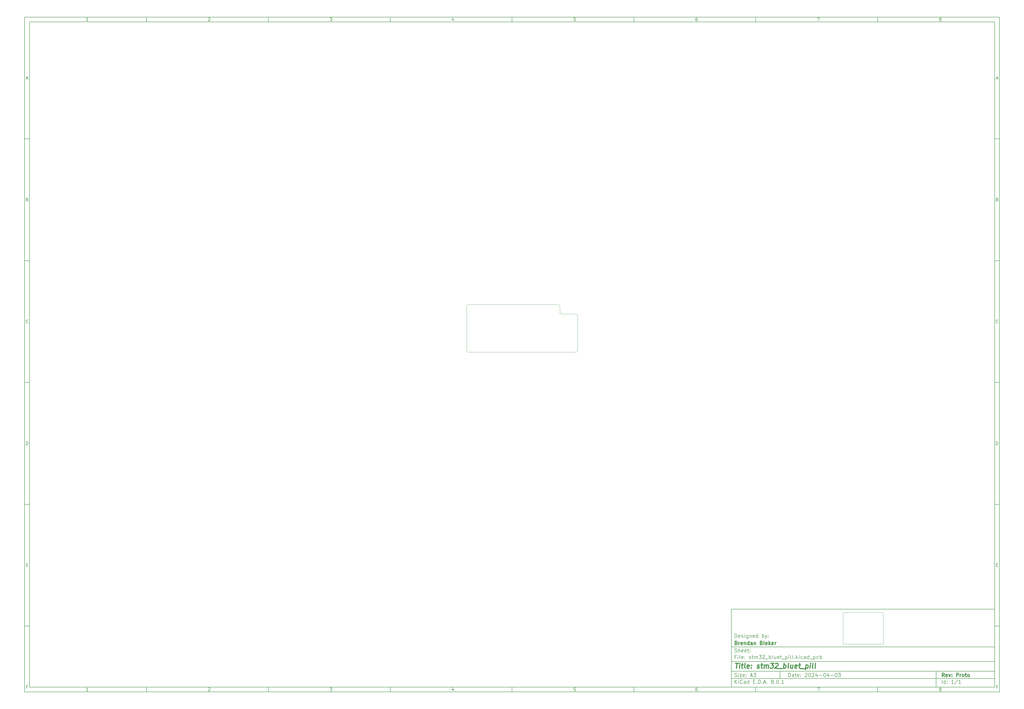
<source format=gbr>
%TF.GenerationSoftware,KiCad,Pcbnew,8.0.1*%
%TF.CreationDate,2024-04-17T19:21:13-07:00*%
%TF.ProjectId,stm32_bluet_pill,73746d33-325f-4626-9c75-65745f70696c,Proto*%
%TF.SameCoordinates,Original*%
%TF.FileFunction,Profile,NP*%
%FSLAX46Y46*%
G04 Gerber Fmt 4.6, Leading zero omitted, Abs format (unit mm)*
G04 Created by KiCad (PCBNEW 8.0.1) date 2024-04-17 19:21:13*
%MOMM*%
%LPD*%
G01*
G04 APERTURE LIST*
%ADD10C,0.100000*%
%ADD11C,0.150000*%
%ADD12C,0.300000*%
%ADD13C,0.400000*%
%TA.AperFunction,Profile*%
%ADD14C,0.100000*%
%TD*%
G04 APERTURE END LIST*
D10*
X345821001Y-254402167D02*
X345821001Y-267313833D01*
X362331000Y-267313833D01*
X362331000Y-254402167D01*
X345821001Y-254402167D01*
D11*
X299989000Y-253002200D02*
X407989000Y-253002200D01*
X407989000Y-285002200D01*
X299989000Y-285002200D01*
X299989000Y-253002200D01*
D10*
D11*
X10000000Y-10000000D02*
X409989000Y-10000000D01*
X409989000Y-287002200D01*
X10000000Y-287002200D01*
X10000000Y-10000000D01*
D10*
D11*
X12000000Y-12000000D02*
X407989000Y-12000000D01*
X407989000Y-285002200D01*
X12000000Y-285002200D01*
X12000000Y-12000000D01*
D10*
D11*
X60000000Y-12000000D02*
X60000000Y-10000000D01*
D10*
D11*
X110000000Y-12000000D02*
X110000000Y-10000000D01*
D10*
D11*
X160000000Y-12000000D02*
X160000000Y-10000000D01*
D10*
D11*
X210000000Y-12000000D02*
X210000000Y-10000000D01*
D10*
D11*
X260000000Y-12000000D02*
X260000000Y-10000000D01*
D10*
D11*
X310000000Y-12000000D02*
X310000000Y-10000000D01*
D10*
D11*
X360000000Y-12000000D02*
X360000000Y-10000000D01*
D10*
D11*
X36089160Y-11593604D02*
X35346303Y-11593604D01*
X35717731Y-11593604D02*
X35717731Y-10293604D01*
X35717731Y-10293604D02*
X35593922Y-10479319D01*
X35593922Y-10479319D02*
X35470112Y-10603128D01*
X35470112Y-10603128D02*
X35346303Y-10665033D01*
D10*
D11*
X85346303Y-10417414D02*
X85408207Y-10355509D01*
X85408207Y-10355509D02*
X85532017Y-10293604D01*
X85532017Y-10293604D02*
X85841541Y-10293604D01*
X85841541Y-10293604D02*
X85965350Y-10355509D01*
X85965350Y-10355509D02*
X86027255Y-10417414D01*
X86027255Y-10417414D02*
X86089160Y-10541223D01*
X86089160Y-10541223D02*
X86089160Y-10665033D01*
X86089160Y-10665033D02*
X86027255Y-10850747D01*
X86027255Y-10850747D02*
X85284398Y-11593604D01*
X85284398Y-11593604D02*
X86089160Y-11593604D01*
D10*
D11*
X135284398Y-10293604D02*
X136089160Y-10293604D01*
X136089160Y-10293604D02*
X135655826Y-10788842D01*
X135655826Y-10788842D02*
X135841541Y-10788842D01*
X135841541Y-10788842D02*
X135965350Y-10850747D01*
X135965350Y-10850747D02*
X136027255Y-10912652D01*
X136027255Y-10912652D02*
X136089160Y-11036461D01*
X136089160Y-11036461D02*
X136089160Y-11345985D01*
X136089160Y-11345985D02*
X136027255Y-11469795D01*
X136027255Y-11469795D02*
X135965350Y-11531700D01*
X135965350Y-11531700D02*
X135841541Y-11593604D01*
X135841541Y-11593604D02*
X135470112Y-11593604D01*
X135470112Y-11593604D02*
X135346303Y-11531700D01*
X135346303Y-11531700D02*
X135284398Y-11469795D01*
D10*
D11*
X185965350Y-10726938D02*
X185965350Y-11593604D01*
X185655826Y-10231700D02*
X185346303Y-11160271D01*
X185346303Y-11160271D02*
X186151064Y-11160271D01*
D10*
D11*
X236027255Y-10293604D02*
X235408207Y-10293604D01*
X235408207Y-10293604D02*
X235346303Y-10912652D01*
X235346303Y-10912652D02*
X235408207Y-10850747D01*
X235408207Y-10850747D02*
X235532017Y-10788842D01*
X235532017Y-10788842D02*
X235841541Y-10788842D01*
X235841541Y-10788842D02*
X235965350Y-10850747D01*
X235965350Y-10850747D02*
X236027255Y-10912652D01*
X236027255Y-10912652D02*
X236089160Y-11036461D01*
X236089160Y-11036461D02*
X236089160Y-11345985D01*
X236089160Y-11345985D02*
X236027255Y-11469795D01*
X236027255Y-11469795D02*
X235965350Y-11531700D01*
X235965350Y-11531700D02*
X235841541Y-11593604D01*
X235841541Y-11593604D02*
X235532017Y-11593604D01*
X235532017Y-11593604D02*
X235408207Y-11531700D01*
X235408207Y-11531700D02*
X235346303Y-11469795D01*
D10*
D11*
X285965350Y-10293604D02*
X285717731Y-10293604D01*
X285717731Y-10293604D02*
X285593922Y-10355509D01*
X285593922Y-10355509D02*
X285532017Y-10417414D01*
X285532017Y-10417414D02*
X285408207Y-10603128D01*
X285408207Y-10603128D02*
X285346303Y-10850747D01*
X285346303Y-10850747D02*
X285346303Y-11345985D01*
X285346303Y-11345985D02*
X285408207Y-11469795D01*
X285408207Y-11469795D02*
X285470112Y-11531700D01*
X285470112Y-11531700D02*
X285593922Y-11593604D01*
X285593922Y-11593604D02*
X285841541Y-11593604D01*
X285841541Y-11593604D02*
X285965350Y-11531700D01*
X285965350Y-11531700D02*
X286027255Y-11469795D01*
X286027255Y-11469795D02*
X286089160Y-11345985D01*
X286089160Y-11345985D02*
X286089160Y-11036461D01*
X286089160Y-11036461D02*
X286027255Y-10912652D01*
X286027255Y-10912652D02*
X285965350Y-10850747D01*
X285965350Y-10850747D02*
X285841541Y-10788842D01*
X285841541Y-10788842D02*
X285593922Y-10788842D01*
X285593922Y-10788842D02*
X285470112Y-10850747D01*
X285470112Y-10850747D02*
X285408207Y-10912652D01*
X285408207Y-10912652D02*
X285346303Y-11036461D01*
D10*
D11*
X335284398Y-10293604D02*
X336151064Y-10293604D01*
X336151064Y-10293604D02*
X335593922Y-11593604D01*
D10*
D11*
X385593922Y-10850747D02*
X385470112Y-10788842D01*
X385470112Y-10788842D02*
X385408207Y-10726938D01*
X385408207Y-10726938D02*
X385346303Y-10603128D01*
X385346303Y-10603128D02*
X385346303Y-10541223D01*
X385346303Y-10541223D02*
X385408207Y-10417414D01*
X385408207Y-10417414D02*
X385470112Y-10355509D01*
X385470112Y-10355509D02*
X385593922Y-10293604D01*
X385593922Y-10293604D02*
X385841541Y-10293604D01*
X385841541Y-10293604D02*
X385965350Y-10355509D01*
X385965350Y-10355509D02*
X386027255Y-10417414D01*
X386027255Y-10417414D02*
X386089160Y-10541223D01*
X386089160Y-10541223D02*
X386089160Y-10603128D01*
X386089160Y-10603128D02*
X386027255Y-10726938D01*
X386027255Y-10726938D02*
X385965350Y-10788842D01*
X385965350Y-10788842D02*
X385841541Y-10850747D01*
X385841541Y-10850747D02*
X385593922Y-10850747D01*
X385593922Y-10850747D02*
X385470112Y-10912652D01*
X385470112Y-10912652D02*
X385408207Y-10974557D01*
X385408207Y-10974557D02*
X385346303Y-11098366D01*
X385346303Y-11098366D02*
X385346303Y-11345985D01*
X385346303Y-11345985D02*
X385408207Y-11469795D01*
X385408207Y-11469795D02*
X385470112Y-11531700D01*
X385470112Y-11531700D02*
X385593922Y-11593604D01*
X385593922Y-11593604D02*
X385841541Y-11593604D01*
X385841541Y-11593604D02*
X385965350Y-11531700D01*
X385965350Y-11531700D02*
X386027255Y-11469795D01*
X386027255Y-11469795D02*
X386089160Y-11345985D01*
X386089160Y-11345985D02*
X386089160Y-11098366D01*
X386089160Y-11098366D02*
X386027255Y-10974557D01*
X386027255Y-10974557D02*
X385965350Y-10912652D01*
X385965350Y-10912652D02*
X385841541Y-10850747D01*
D10*
D11*
X60000000Y-285002200D02*
X60000000Y-287002200D01*
D10*
D11*
X110000000Y-285002200D02*
X110000000Y-287002200D01*
D10*
D11*
X160000000Y-285002200D02*
X160000000Y-287002200D01*
D10*
D11*
X210000000Y-285002200D02*
X210000000Y-287002200D01*
D10*
D11*
X260000000Y-285002200D02*
X260000000Y-287002200D01*
D10*
D11*
X310000000Y-285002200D02*
X310000000Y-287002200D01*
D10*
D11*
X360000000Y-285002200D02*
X360000000Y-287002200D01*
D10*
D11*
X36089160Y-286595804D02*
X35346303Y-286595804D01*
X35717731Y-286595804D02*
X35717731Y-285295804D01*
X35717731Y-285295804D02*
X35593922Y-285481519D01*
X35593922Y-285481519D02*
X35470112Y-285605328D01*
X35470112Y-285605328D02*
X35346303Y-285667233D01*
D10*
D11*
X85346303Y-285419614D02*
X85408207Y-285357709D01*
X85408207Y-285357709D02*
X85532017Y-285295804D01*
X85532017Y-285295804D02*
X85841541Y-285295804D01*
X85841541Y-285295804D02*
X85965350Y-285357709D01*
X85965350Y-285357709D02*
X86027255Y-285419614D01*
X86027255Y-285419614D02*
X86089160Y-285543423D01*
X86089160Y-285543423D02*
X86089160Y-285667233D01*
X86089160Y-285667233D02*
X86027255Y-285852947D01*
X86027255Y-285852947D02*
X85284398Y-286595804D01*
X85284398Y-286595804D02*
X86089160Y-286595804D01*
D10*
D11*
X135284398Y-285295804D02*
X136089160Y-285295804D01*
X136089160Y-285295804D02*
X135655826Y-285791042D01*
X135655826Y-285791042D02*
X135841541Y-285791042D01*
X135841541Y-285791042D02*
X135965350Y-285852947D01*
X135965350Y-285852947D02*
X136027255Y-285914852D01*
X136027255Y-285914852D02*
X136089160Y-286038661D01*
X136089160Y-286038661D02*
X136089160Y-286348185D01*
X136089160Y-286348185D02*
X136027255Y-286471995D01*
X136027255Y-286471995D02*
X135965350Y-286533900D01*
X135965350Y-286533900D02*
X135841541Y-286595804D01*
X135841541Y-286595804D02*
X135470112Y-286595804D01*
X135470112Y-286595804D02*
X135346303Y-286533900D01*
X135346303Y-286533900D02*
X135284398Y-286471995D01*
D10*
D11*
X185965350Y-285729138D02*
X185965350Y-286595804D01*
X185655826Y-285233900D02*
X185346303Y-286162471D01*
X185346303Y-286162471D02*
X186151064Y-286162471D01*
D10*
D11*
X236027255Y-285295804D02*
X235408207Y-285295804D01*
X235408207Y-285295804D02*
X235346303Y-285914852D01*
X235346303Y-285914852D02*
X235408207Y-285852947D01*
X235408207Y-285852947D02*
X235532017Y-285791042D01*
X235532017Y-285791042D02*
X235841541Y-285791042D01*
X235841541Y-285791042D02*
X235965350Y-285852947D01*
X235965350Y-285852947D02*
X236027255Y-285914852D01*
X236027255Y-285914852D02*
X236089160Y-286038661D01*
X236089160Y-286038661D02*
X236089160Y-286348185D01*
X236089160Y-286348185D02*
X236027255Y-286471995D01*
X236027255Y-286471995D02*
X235965350Y-286533900D01*
X235965350Y-286533900D02*
X235841541Y-286595804D01*
X235841541Y-286595804D02*
X235532017Y-286595804D01*
X235532017Y-286595804D02*
X235408207Y-286533900D01*
X235408207Y-286533900D02*
X235346303Y-286471995D01*
D10*
D11*
X285965350Y-285295804D02*
X285717731Y-285295804D01*
X285717731Y-285295804D02*
X285593922Y-285357709D01*
X285593922Y-285357709D02*
X285532017Y-285419614D01*
X285532017Y-285419614D02*
X285408207Y-285605328D01*
X285408207Y-285605328D02*
X285346303Y-285852947D01*
X285346303Y-285852947D02*
X285346303Y-286348185D01*
X285346303Y-286348185D02*
X285408207Y-286471995D01*
X285408207Y-286471995D02*
X285470112Y-286533900D01*
X285470112Y-286533900D02*
X285593922Y-286595804D01*
X285593922Y-286595804D02*
X285841541Y-286595804D01*
X285841541Y-286595804D02*
X285965350Y-286533900D01*
X285965350Y-286533900D02*
X286027255Y-286471995D01*
X286027255Y-286471995D02*
X286089160Y-286348185D01*
X286089160Y-286348185D02*
X286089160Y-286038661D01*
X286089160Y-286038661D02*
X286027255Y-285914852D01*
X286027255Y-285914852D02*
X285965350Y-285852947D01*
X285965350Y-285852947D02*
X285841541Y-285791042D01*
X285841541Y-285791042D02*
X285593922Y-285791042D01*
X285593922Y-285791042D02*
X285470112Y-285852947D01*
X285470112Y-285852947D02*
X285408207Y-285914852D01*
X285408207Y-285914852D02*
X285346303Y-286038661D01*
D10*
D11*
X335284398Y-285295804D02*
X336151064Y-285295804D01*
X336151064Y-285295804D02*
X335593922Y-286595804D01*
D10*
D11*
X385593922Y-285852947D02*
X385470112Y-285791042D01*
X385470112Y-285791042D02*
X385408207Y-285729138D01*
X385408207Y-285729138D02*
X385346303Y-285605328D01*
X385346303Y-285605328D02*
X385346303Y-285543423D01*
X385346303Y-285543423D02*
X385408207Y-285419614D01*
X385408207Y-285419614D02*
X385470112Y-285357709D01*
X385470112Y-285357709D02*
X385593922Y-285295804D01*
X385593922Y-285295804D02*
X385841541Y-285295804D01*
X385841541Y-285295804D02*
X385965350Y-285357709D01*
X385965350Y-285357709D02*
X386027255Y-285419614D01*
X386027255Y-285419614D02*
X386089160Y-285543423D01*
X386089160Y-285543423D02*
X386089160Y-285605328D01*
X386089160Y-285605328D02*
X386027255Y-285729138D01*
X386027255Y-285729138D02*
X385965350Y-285791042D01*
X385965350Y-285791042D02*
X385841541Y-285852947D01*
X385841541Y-285852947D02*
X385593922Y-285852947D01*
X385593922Y-285852947D02*
X385470112Y-285914852D01*
X385470112Y-285914852D02*
X385408207Y-285976757D01*
X385408207Y-285976757D02*
X385346303Y-286100566D01*
X385346303Y-286100566D02*
X385346303Y-286348185D01*
X385346303Y-286348185D02*
X385408207Y-286471995D01*
X385408207Y-286471995D02*
X385470112Y-286533900D01*
X385470112Y-286533900D02*
X385593922Y-286595804D01*
X385593922Y-286595804D02*
X385841541Y-286595804D01*
X385841541Y-286595804D02*
X385965350Y-286533900D01*
X385965350Y-286533900D02*
X386027255Y-286471995D01*
X386027255Y-286471995D02*
X386089160Y-286348185D01*
X386089160Y-286348185D02*
X386089160Y-286100566D01*
X386089160Y-286100566D02*
X386027255Y-285976757D01*
X386027255Y-285976757D02*
X385965350Y-285914852D01*
X385965350Y-285914852D02*
X385841541Y-285852947D01*
D10*
D11*
X10000000Y-60000000D02*
X12000000Y-60000000D01*
D10*
D11*
X10000000Y-110000000D02*
X12000000Y-110000000D01*
D10*
D11*
X10000000Y-160000000D02*
X12000000Y-160000000D01*
D10*
D11*
X10000000Y-210000000D02*
X12000000Y-210000000D01*
D10*
D11*
X10000000Y-260000000D02*
X12000000Y-260000000D01*
D10*
D11*
X10690476Y-35222176D02*
X11309523Y-35222176D01*
X10566666Y-35593604D02*
X10999999Y-34293604D01*
X10999999Y-34293604D02*
X11433333Y-35593604D01*
D10*
D11*
X11092857Y-84912652D02*
X11278571Y-84974557D01*
X11278571Y-84974557D02*
X11340476Y-85036461D01*
X11340476Y-85036461D02*
X11402380Y-85160271D01*
X11402380Y-85160271D02*
X11402380Y-85345985D01*
X11402380Y-85345985D02*
X11340476Y-85469795D01*
X11340476Y-85469795D02*
X11278571Y-85531700D01*
X11278571Y-85531700D02*
X11154761Y-85593604D01*
X11154761Y-85593604D02*
X10659523Y-85593604D01*
X10659523Y-85593604D02*
X10659523Y-84293604D01*
X10659523Y-84293604D02*
X11092857Y-84293604D01*
X11092857Y-84293604D02*
X11216666Y-84355509D01*
X11216666Y-84355509D02*
X11278571Y-84417414D01*
X11278571Y-84417414D02*
X11340476Y-84541223D01*
X11340476Y-84541223D02*
X11340476Y-84665033D01*
X11340476Y-84665033D02*
X11278571Y-84788842D01*
X11278571Y-84788842D02*
X11216666Y-84850747D01*
X11216666Y-84850747D02*
X11092857Y-84912652D01*
X11092857Y-84912652D02*
X10659523Y-84912652D01*
D10*
D11*
X11402380Y-135469795D02*
X11340476Y-135531700D01*
X11340476Y-135531700D02*
X11154761Y-135593604D01*
X11154761Y-135593604D02*
X11030952Y-135593604D01*
X11030952Y-135593604D02*
X10845238Y-135531700D01*
X10845238Y-135531700D02*
X10721428Y-135407890D01*
X10721428Y-135407890D02*
X10659523Y-135284080D01*
X10659523Y-135284080D02*
X10597619Y-135036461D01*
X10597619Y-135036461D02*
X10597619Y-134850747D01*
X10597619Y-134850747D02*
X10659523Y-134603128D01*
X10659523Y-134603128D02*
X10721428Y-134479319D01*
X10721428Y-134479319D02*
X10845238Y-134355509D01*
X10845238Y-134355509D02*
X11030952Y-134293604D01*
X11030952Y-134293604D02*
X11154761Y-134293604D01*
X11154761Y-134293604D02*
X11340476Y-134355509D01*
X11340476Y-134355509D02*
X11402380Y-134417414D01*
D10*
D11*
X10659523Y-185593604D02*
X10659523Y-184293604D01*
X10659523Y-184293604D02*
X10969047Y-184293604D01*
X10969047Y-184293604D02*
X11154761Y-184355509D01*
X11154761Y-184355509D02*
X11278571Y-184479319D01*
X11278571Y-184479319D02*
X11340476Y-184603128D01*
X11340476Y-184603128D02*
X11402380Y-184850747D01*
X11402380Y-184850747D02*
X11402380Y-185036461D01*
X11402380Y-185036461D02*
X11340476Y-185284080D01*
X11340476Y-185284080D02*
X11278571Y-185407890D01*
X11278571Y-185407890D02*
X11154761Y-185531700D01*
X11154761Y-185531700D02*
X10969047Y-185593604D01*
X10969047Y-185593604D02*
X10659523Y-185593604D01*
D10*
D11*
X10721428Y-234912652D02*
X11154762Y-234912652D01*
X11340476Y-235593604D02*
X10721428Y-235593604D01*
X10721428Y-235593604D02*
X10721428Y-234293604D01*
X10721428Y-234293604D02*
X11340476Y-234293604D01*
D10*
D11*
X11185714Y-284912652D02*
X10752380Y-284912652D01*
X10752380Y-285593604D02*
X10752380Y-284293604D01*
X10752380Y-284293604D02*
X11371428Y-284293604D01*
D10*
D11*
X409989000Y-60000000D02*
X407989000Y-60000000D01*
D10*
D11*
X409989000Y-110000000D02*
X407989000Y-110000000D01*
D10*
D11*
X409989000Y-160000000D02*
X407989000Y-160000000D01*
D10*
D11*
X409989000Y-210000000D02*
X407989000Y-210000000D01*
D10*
D11*
X409989000Y-260000000D02*
X407989000Y-260000000D01*
D10*
D11*
X408679476Y-35222176D02*
X409298523Y-35222176D01*
X408555666Y-35593604D02*
X408988999Y-34293604D01*
X408988999Y-34293604D02*
X409422333Y-35593604D01*
D10*
D11*
X409081857Y-84912652D02*
X409267571Y-84974557D01*
X409267571Y-84974557D02*
X409329476Y-85036461D01*
X409329476Y-85036461D02*
X409391380Y-85160271D01*
X409391380Y-85160271D02*
X409391380Y-85345985D01*
X409391380Y-85345985D02*
X409329476Y-85469795D01*
X409329476Y-85469795D02*
X409267571Y-85531700D01*
X409267571Y-85531700D02*
X409143761Y-85593604D01*
X409143761Y-85593604D02*
X408648523Y-85593604D01*
X408648523Y-85593604D02*
X408648523Y-84293604D01*
X408648523Y-84293604D02*
X409081857Y-84293604D01*
X409081857Y-84293604D02*
X409205666Y-84355509D01*
X409205666Y-84355509D02*
X409267571Y-84417414D01*
X409267571Y-84417414D02*
X409329476Y-84541223D01*
X409329476Y-84541223D02*
X409329476Y-84665033D01*
X409329476Y-84665033D02*
X409267571Y-84788842D01*
X409267571Y-84788842D02*
X409205666Y-84850747D01*
X409205666Y-84850747D02*
X409081857Y-84912652D01*
X409081857Y-84912652D02*
X408648523Y-84912652D01*
D10*
D11*
X409391380Y-135469795D02*
X409329476Y-135531700D01*
X409329476Y-135531700D02*
X409143761Y-135593604D01*
X409143761Y-135593604D02*
X409019952Y-135593604D01*
X409019952Y-135593604D02*
X408834238Y-135531700D01*
X408834238Y-135531700D02*
X408710428Y-135407890D01*
X408710428Y-135407890D02*
X408648523Y-135284080D01*
X408648523Y-135284080D02*
X408586619Y-135036461D01*
X408586619Y-135036461D02*
X408586619Y-134850747D01*
X408586619Y-134850747D02*
X408648523Y-134603128D01*
X408648523Y-134603128D02*
X408710428Y-134479319D01*
X408710428Y-134479319D02*
X408834238Y-134355509D01*
X408834238Y-134355509D02*
X409019952Y-134293604D01*
X409019952Y-134293604D02*
X409143761Y-134293604D01*
X409143761Y-134293604D02*
X409329476Y-134355509D01*
X409329476Y-134355509D02*
X409391380Y-134417414D01*
D10*
D11*
X408648523Y-185593604D02*
X408648523Y-184293604D01*
X408648523Y-184293604D02*
X408958047Y-184293604D01*
X408958047Y-184293604D02*
X409143761Y-184355509D01*
X409143761Y-184355509D02*
X409267571Y-184479319D01*
X409267571Y-184479319D02*
X409329476Y-184603128D01*
X409329476Y-184603128D02*
X409391380Y-184850747D01*
X409391380Y-184850747D02*
X409391380Y-185036461D01*
X409391380Y-185036461D02*
X409329476Y-185284080D01*
X409329476Y-185284080D02*
X409267571Y-185407890D01*
X409267571Y-185407890D02*
X409143761Y-185531700D01*
X409143761Y-185531700D02*
X408958047Y-185593604D01*
X408958047Y-185593604D02*
X408648523Y-185593604D01*
D10*
D11*
X408710428Y-234912652D02*
X409143762Y-234912652D01*
X409329476Y-235593604D02*
X408710428Y-235593604D01*
X408710428Y-235593604D02*
X408710428Y-234293604D01*
X408710428Y-234293604D02*
X409329476Y-234293604D01*
D10*
D11*
X409174714Y-284912652D02*
X408741380Y-284912652D01*
X408741380Y-285593604D02*
X408741380Y-284293604D01*
X408741380Y-284293604D02*
X409360428Y-284293604D01*
D10*
D11*
X323444826Y-280788328D02*
X323444826Y-279288328D01*
X323444826Y-279288328D02*
X323801969Y-279288328D01*
X323801969Y-279288328D02*
X324016255Y-279359757D01*
X324016255Y-279359757D02*
X324159112Y-279502614D01*
X324159112Y-279502614D02*
X324230541Y-279645471D01*
X324230541Y-279645471D02*
X324301969Y-279931185D01*
X324301969Y-279931185D02*
X324301969Y-280145471D01*
X324301969Y-280145471D02*
X324230541Y-280431185D01*
X324230541Y-280431185D02*
X324159112Y-280574042D01*
X324159112Y-280574042D02*
X324016255Y-280716900D01*
X324016255Y-280716900D02*
X323801969Y-280788328D01*
X323801969Y-280788328D02*
X323444826Y-280788328D01*
X325587684Y-280788328D02*
X325587684Y-280002614D01*
X325587684Y-280002614D02*
X325516255Y-279859757D01*
X325516255Y-279859757D02*
X325373398Y-279788328D01*
X325373398Y-279788328D02*
X325087684Y-279788328D01*
X325087684Y-279788328D02*
X324944826Y-279859757D01*
X325587684Y-280716900D02*
X325444826Y-280788328D01*
X325444826Y-280788328D02*
X325087684Y-280788328D01*
X325087684Y-280788328D02*
X324944826Y-280716900D01*
X324944826Y-280716900D02*
X324873398Y-280574042D01*
X324873398Y-280574042D02*
X324873398Y-280431185D01*
X324873398Y-280431185D02*
X324944826Y-280288328D01*
X324944826Y-280288328D02*
X325087684Y-280216900D01*
X325087684Y-280216900D02*
X325444826Y-280216900D01*
X325444826Y-280216900D02*
X325587684Y-280145471D01*
X326087684Y-279788328D02*
X326659112Y-279788328D01*
X326301969Y-279288328D02*
X326301969Y-280574042D01*
X326301969Y-280574042D02*
X326373398Y-280716900D01*
X326373398Y-280716900D02*
X326516255Y-280788328D01*
X326516255Y-280788328D02*
X326659112Y-280788328D01*
X327730541Y-280716900D02*
X327587684Y-280788328D01*
X327587684Y-280788328D02*
X327301970Y-280788328D01*
X327301970Y-280788328D02*
X327159112Y-280716900D01*
X327159112Y-280716900D02*
X327087684Y-280574042D01*
X327087684Y-280574042D02*
X327087684Y-280002614D01*
X327087684Y-280002614D02*
X327159112Y-279859757D01*
X327159112Y-279859757D02*
X327301970Y-279788328D01*
X327301970Y-279788328D02*
X327587684Y-279788328D01*
X327587684Y-279788328D02*
X327730541Y-279859757D01*
X327730541Y-279859757D02*
X327801970Y-280002614D01*
X327801970Y-280002614D02*
X327801970Y-280145471D01*
X327801970Y-280145471D02*
X327087684Y-280288328D01*
X328444826Y-280645471D02*
X328516255Y-280716900D01*
X328516255Y-280716900D02*
X328444826Y-280788328D01*
X328444826Y-280788328D02*
X328373398Y-280716900D01*
X328373398Y-280716900D02*
X328444826Y-280645471D01*
X328444826Y-280645471D02*
X328444826Y-280788328D01*
X328444826Y-279859757D02*
X328516255Y-279931185D01*
X328516255Y-279931185D02*
X328444826Y-280002614D01*
X328444826Y-280002614D02*
X328373398Y-279931185D01*
X328373398Y-279931185D02*
X328444826Y-279859757D01*
X328444826Y-279859757D02*
X328444826Y-280002614D01*
X330230541Y-279431185D02*
X330301969Y-279359757D01*
X330301969Y-279359757D02*
X330444827Y-279288328D01*
X330444827Y-279288328D02*
X330801969Y-279288328D01*
X330801969Y-279288328D02*
X330944827Y-279359757D01*
X330944827Y-279359757D02*
X331016255Y-279431185D01*
X331016255Y-279431185D02*
X331087684Y-279574042D01*
X331087684Y-279574042D02*
X331087684Y-279716900D01*
X331087684Y-279716900D02*
X331016255Y-279931185D01*
X331016255Y-279931185D02*
X330159112Y-280788328D01*
X330159112Y-280788328D02*
X331087684Y-280788328D01*
X332016255Y-279288328D02*
X332159112Y-279288328D01*
X332159112Y-279288328D02*
X332301969Y-279359757D01*
X332301969Y-279359757D02*
X332373398Y-279431185D01*
X332373398Y-279431185D02*
X332444826Y-279574042D01*
X332444826Y-279574042D02*
X332516255Y-279859757D01*
X332516255Y-279859757D02*
X332516255Y-280216900D01*
X332516255Y-280216900D02*
X332444826Y-280502614D01*
X332444826Y-280502614D02*
X332373398Y-280645471D01*
X332373398Y-280645471D02*
X332301969Y-280716900D01*
X332301969Y-280716900D02*
X332159112Y-280788328D01*
X332159112Y-280788328D02*
X332016255Y-280788328D01*
X332016255Y-280788328D02*
X331873398Y-280716900D01*
X331873398Y-280716900D02*
X331801969Y-280645471D01*
X331801969Y-280645471D02*
X331730540Y-280502614D01*
X331730540Y-280502614D02*
X331659112Y-280216900D01*
X331659112Y-280216900D02*
X331659112Y-279859757D01*
X331659112Y-279859757D02*
X331730540Y-279574042D01*
X331730540Y-279574042D02*
X331801969Y-279431185D01*
X331801969Y-279431185D02*
X331873398Y-279359757D01*
X331873398Y-279359757D02*
X332016255Y-279288328D01*
X333087683Y-279431185D02*
X333159111Y-279359757D01*
X333159111Y-279359757D02*
X333301969Y-279288328D01*
X333301969Y-279288328D02*
X333659111Y-279288328D01*
X333659111Y-279288328D02*
X333801969Y-279359757D01*
X333801969Y-279359757D02*
X333873397Y-279431185D01*
X333873397Y-279431185D02*
X333944826Y-279574042D01*
X333944826Y-279574042D02*
X333944826Y-279716900D01*
X333944826Y-279716900D02*
X333873397Y-279931185D01*
X333873397Y-279931185D02*
X333016254Y-280788328D01*
X333016254Y-280788328D02*
X333944826Y-280788328D01*
X335230540Y-279788328D02*
X335230540Y-280788328D01*
X334873397Y-279216900D02*
X334516254Y-280288328D01*
X334516254Y-280288328D02*
X335444825Y-280288328D01*
X336016253Y-280216900D02*
X337159111Y-280216900D01*
X338159111Y-279288328D02*
X338301968Y-279288328D01*
X338301968Y-279288328D02*
X338444825Y-279359757D01*
X338444825Y-279359757D02*
X338516254Y-279431185D01*
X338516254Y-279431185D02*
X338587682Y-279574042D01*
X338587682Y-279574042D02*
X338659111Y-279859757D01*
X338659111Y-279859757D02*
X338659111Y-280216900D01*
X338659111Y-280216900D02*
X338587682Y-280502614D01*
X338587682Y-280502614D02*
X338516254Y-280645471D01*
X338516254Y-280645471D02*
X338444825Y-280716900D01*
X338444825Y-280716900D02*
X338301968Y-280788328D01*
X338301968Y-280788328D02*
X338159111Y-280788328D01*
X338159111Y-280788328D02*
X338016254Y-280716900D01*
X338016254Y-280716900D02*
X337944825Y-280645471D01*
X337944825Y-280645471D02*
X337873396Y-280502614D01*
X337873396Y-280502614D02*
X337801968Y-280216900D01*
X337801968Y-280216900D02*
X337801968Y-279859757D01*
X337801968Y-279859757D02*
X337873396Y-279574042D01*
X337873396Y-279574042D02*
X337944825Y-279431185D01*
X337944825Y-279431185D02*
X338016254Y-279359757D01*
X338016254Y-279359757D02*
X338159111Y-279288328D01*
X339944825Y-279788328D02*
X339944825Y-280788328D01*
X339587682Y-279216900D02*
X339230539Y-280288328D01*
X339230539Y-280288328D02*
X340159110Y-280288328D01*
X340730538Y-280216900D02*
X341873396Y-280216900D01*
X342873396Y-279288328D02*
X343016253Y-279288328D01*
X343016253Y-279288328D02*
X343159110Y-279359757D01*
X343159110Y-279359757D02*
X343230539Y-279431185D01*
X343230539Y-279431185D02*
X343301967Y-279574042D01*
X343301967Y-279574042D02*
X343373396Y-279859757D01*
X343373396Y-279859757D02*
X343373396Y-280216900D01*
X343373396Y-280216900D02*
X343301967Y-280502614D01*
X343301967Y-280502614D02*
X343230539Y-280645471D01*
X343230539Y-280645471D02*
X343159110Y-280716900D01*
X343159110Y-280716900D02*
X343016253Y-280788328D01*
X343016253Y-280788328D02*
X342873396Y-280788328D01*
X342873396Y-280788328D02*
X342730539Y-280716900D01*
X342730539Y-280716900D02*
X342659110Y-280645471D01*
X342659110Y-280645471D02*
X342587681Y-280502614D01*
X342587681Y-280502614D02*
X342516253Y-280216900D01*
X342516253Y-280216900D02*
X342516253Y-279859757D01*
X342516253Y-279859757D02*
X342587681Y-279574042D01*
X342587681Y-279574042D02*
X342659110Y-279431185D01*
X342659110Y-279431185D02*
X342730539Y-279359757D01*
X342730539Y-279359757D02*
X342873396Y-279288328D01*
X343873395Y-279288328D02*
X344801967Y-279288328D01*
X344801967Y-279288328D02*
X344301967Y-279859757D01*
X344301967Y-279859757D02*
X344516252Y-279859757D01*
X344516252Y-279859757D02*
X344659110Y-279931185D01*
X344659110Y-279931185D02*
X344730538Y-280002614D01*
X344730538Y-280002614D02*
X344801967Y-280145471D01*
X344801967Y-280145471D02*
X344801967Y-280502614D01*
X344801967Y-280502614D02*
X344730538Y-280645471D01*
X344730538Y-280645471D02*
X344659110Y-280716900D01*
X344659110Y-280716900D02*
X344516252Y-280788328D01*
X344516252Y-280788328D02*
X344087681Y-280788328D01*
X344087681Y-280788328D02*
X343944824Y-280716900D01*
X343944824Y-280716900D02*
X343873395Y-280645471D01*
D10*
D11*
X299989000Y-281502200D02*
X407989000Y-281502200D01*
D10*
D11*
X301444826Y-283588328D02*
X301444826Y-282088328D01*
X302301969Y-283588328D02*
X301659112Y-282731185D01*
X302301969Y-282088328D02*
X301444826Y-282945471D01*
X302944826Y-283588328D02*
X302944826Y-282588328D01*
X302944826Y-282088328D02*
X302873398Y-282159757D01*
X302873398Y-282159757D02*
X302944826Y-282231185D01*
X302944826Y-282231185D02*
X303016255Y-282159757D01*
X303016255Y-282159757D02*
X302944826Y-282088328D01*
X302944826Y-282088328D02*
X302944826Y-282231185D01*
X304516255Y-283445471D02*
X304444827Y-283516900D01*
X304444827Y-283516900D02*
X304230541Y-283588328D01*
X304230541Y-283588328D02*
X304087684Y-283588328D01*
X304087684Y-283588328D02*
X303873398Y-283516900D01*
X303873398Y-283516900D02*
X303730541Y-283374042D01*
X303730541Y-283374042D02*
X303659112Y-283231185D01*
X303659112Y-283231185D02*
X303587684Y-282945471D01*
X303587684Y-282945471D02*
X303587684Y-282731185D01*
X303587684Y-282731185D02*
X303659112Y-282445471D01*
X303659112Y-282445471D02*
X303730541Y-282302614D01*
X303730541Y-282302614D02*
X303873398Y-282159757D01*
X303873398Y-282159757D02*
X304087684Y-282088328D01*
X304087684Y-282088328D02*
X304230541Y-282088328D01*
X304230541Y-282088328D02*
X304444827Y-282159757D01*
X304444827Y-282159757D02*
X304516255Y-282231185D01*
X305801970Y-283588328D02*
X305801970Y-282802614D01*
X305801970Y-282802614D02*
X305730541Y-282659757D01*
X305730541Y-282659757D02*
X305587684Y-282588328D01*
X305587684Y-282588328D02*
X305301970Y-282588328D01*
X305301970Y-282588328D02*
X305159112Y-282659757D01*
X305801970Y-283516900D02*
X305659112Y-283588328D01*
X305659112Y-283588328D02*
X305301970Y-283588328D01*
X305301970Y-283588328D02*
X305159112Y-283516900D01*
X305159112Y-283516900D02*
X305087684Y-283374042D01*
X305087684Y-283374042D02*
X305087684Y-283231185D01*
X305087684Y-283231185D02*
X305159112Y-283088328D01*
X305159112Y-283088328D02*
X305301970Y-283016900D01*
X305301970Y-283016900D02*
X305659112Y-283016900D01*
X305659112Y-283016900D02*
X305801970Y-282945471D01*
X307159113Y-283588328D02*
X307159113Y-282088328D01*
X307159113Y-283516900D02*
X307016255Y-283588328D01*
X307016255Y-283588328D02*
X306730541Y-283588328D01*
X306730541Y-283588328D02*
X306587684Y-283516900D01*
X306587684Y-283516900D02*
X306516255Y-283445471D01*
X306516255Y-283445471D02*
X306444827Y-283302614D01*
X306444827Y-283302614D02*
X306444827Y-282874042D01*
X306444827Y-282874042D02*
X306516255Y-282731185D01*
X306516255Y-282731185D02*
X306587684Y-282659757D01*
X306587684Y-282659757D02*
X306730541Y-282588328D01*
X306730541Y-282588328D02*
X307016255Y-282588328D01*
X307016255Y-282588328D02*
X307159113Y-282659757D01*
X309016255Y-282802614D02*
X309516255Y-282802614D01*
X309730541Y-283588328D02*
X309016255Y-283588328D01*
X309016255Y-283588328D02*
X309016255Y-282088328D01*
X309016255Y-282088328D02*
X309730541Y-282088328D01*
X310373398Y-283445471D02*
X310444827Y-283516900D01*
X310444827Y-283516900D02*
X310373398Y-283588328D01*
X310373398Y-283588328D02*
X310301970Y-283516900D01*
X310301970Y-283516900D02*
X310373398Y-283445471D01*
X310373398Y-283445471D02*
X310373398Y-283588328D01*
X311087684Y-283588328D02*
X311087684Y-282088328D01*
X311087684Y-282088328D02*
X311444827Y-282088328D01*
X311444827Y-282088328D02*
X311659113Y-282159757D01*
X311659113Y-282159757D02*
X311801970Y-282302614D01*
X311801970Y-282302614D02*
X311873399Y-282445471D01*
X311873399Y-282445471D02*
X311944827Y-282731185D01*
X311944827Y-282731185D02*
X311944827Y-282945471D01*
X311944827Y-282945471D02*
X311873399Y-283231185D01*
X311873399Y-283231185D02*
X311801970Y-283374042D01*
X311801970Y-283374042D02*
X311659113Y-283516900D01*
X311659113Y-283516900D02*
X311444827Y-283588328D01*
X311444827Y-283588328D02*
X311087684Y-283588328D01*
X312587684Y-283445471D02*
X312659113Y-283516900D01*
X312659113Y-283516900D02*
X312587684Y-283588328D01*
X312587684Y-283588328D02*
X312516256Y-283516900D01*
X312516256Y-283516900D02*
X312587684Y-283445471D01*
X312587684Y-283445471D02*
X312587684Y-283588328D01*
X313230542Y-283159757D02*
X313944828Y-283159757D01*
X313087685Y-283588328D02*
X313587685Y-282088328D01*
X313587685Y-282088328D02*
X314087685Y-283588328D01*
X314587684Y-283445471D02*
X314659113Y-283516900D01*
X314659113Y-283516900D02*
X314587684Y-283588328D01*
X314587684Y-283588328D02*
X314516256Y-283516900D01*
X314516256Y-283516900D02*
X314587684Y-283445471D01*
X314587684Y-283445471D02*
X314587684Y-283588328D01*
X316659113Y-282731185D02*
X316516256Y-282659757D01*
X316516256Y-282659757D02*
X316444827Y-282588328D01*
X316444827Y-282588328D02*
X316373399Y-282445471D01*
X316373399Y-282445471D02*
X316373399Y-282374042D01*
X316373399Y-282374042D02*
X316444827Y-282231185D01*
X316444827Y-282231185D02*
X316516256Y-282159757D01*
X316516256Y-282159757D02*
X316659113Y-282088328D01*
X316659113Y-282088328D02*
X316944827Y-282088328D01*
X316944827Y-282088328D02*
X317087685Y-282159757D01*
X317087685Y-282159757D02*
X317159113Y-282231185D01*
X317159113Y-282231185D02*
X317230542Y-282374042D01*
X317230542Y-282374042D02*
X317230542Y-282445471D01*
X317230542Y-282445471D02*
X317159113Y-282588328D01*
X317159113Y-282588328D02*
X317087685Y-282659757D01*
X317087685Y-282659757D02*
X316944827Y-282731185D01*
X316944827Y-282731185D02*
X316659113Y-282731185D01*
X316659113Y-282731185D02*
X316516256Y-282802614D01*
X316516256Y-282802614D02*
X316444827Y-282874042D01*
X316444827Y-282874042D02*
X316373399Y-283016900D01*
X316373399Y-283016900D02*
X316373399Y-283302614D01*
X316373399Y-283302614D02*
X316444827Y-283445471D01*
X316444827Y-283445471D02*
X316516256Y-283516900D01*
X316516256Y-283516900D02*
X316659113Y-283588328D01*
X316659113Y-283588328D02*
X316944827Y-283588328D01*
X316944827Y-283588328D02*
X317087685Y-283516900D01*
X317087685Y-283516900D02*
X317159113Y-283445471D01*
X317159113Y-283445471D02*
X317230542Y-283302614D01*
X317230542Y-283302614D02*
X317230542Y-283016900D01*
X317230542Y-283016900D02*
X317159113Y-282874042D01*
X317159113Y-282874042D02*
X317087685Y-282802614D01*
X317087685Y-282802614D02*
X316944827Y-282731185D01*
X317873398Y-283445471D02*
X317944827Y-283516900D01*
X317944827Y-283516900D02*
X317873398Y-283588328D01*
X317873398Y-283588328D02*
X317801970Y-283516900D01*
X317801970Y-283516900D02*
X317873398Y-283445471D01*
X317873398Y-283445471D02*
X317873398Y-283588328D01*
X318873399Y-282088328D02*
X319016256Y-282088328D01*
X319016256Y-282088328D02*
X319159113Y-282159757D01*
X319159113Y-282159757D02*
X319230542Y-282231185D01*
X319230542Y-282231185D02*
X319301970Y-282374042D01*
X319301970Y-282374042D02*
X319373399Y-282659757D01*
X319373399Y-282659757D02*
X319373399Y-283016900D01*
X319373399Y-283016900D02*
X319301970Y-283302614D01*
X319301970Y-283302614D02*
X319230542Y-283445471D01*
X319230542Y-283445471D02*
X319159113Y-283516900D01*
X319159113Y-283516900D02*
X319016256Y-283588328D01*
X319016256Y-283588328D02*
X318873399Y-283588328D01*
X318873399Y-283588328D02*
X318730542Y-283516900D01*
X318730542Y-283516900D02*
X318659113Y-283445471D01*
X318659113Y-283445471D02*
X318587684Y-283302614D01*
X318587684Y-283302614D02*
X318516256Y-283016900D01*
X318516256Y-283016900D02*
X318516256Y-282659757D01*
X318516256Y-282659757D02*
X318587684Y-282374042D01*
X318587684Y-282374042D02*
X318659113Y-282231185D01*
X318659113Y-282231185D02*
X318730542Y-282159757D01*
X318730542Y-282159757D02*
X318873399Y-282088328D01*
X320016255Y-283445471D02*
X320087684Y-283516900D01*
X320087684Y-283516900D02*
X320016255Y-283588328D01*
X320016255Y-283588328D02*
X319944827Y-283516900D01*
X319944827Y-283516900D02*
X320016255Y-283445471D01*
X320016255Y-283445471D02*
X320016255Y-283588328D01*
X321516256Y-283588328D02*
X320659113Y-283588328D01*
X321087684Y-283588328D02*
X321087684Y-282088328D01*
X321087684Y-282088328D02*
X320944827Y-282302614D01*
X320944827Y-282302614D02*
X320801970Y-282445471D01*
X320801970Y-282445471D02*
X320659113Y-282516900D01*
D10*
D11*
X299989000Y-278502200D02*
X407989000Y-278502200D01*
D10*
D12*
X387400653Y-280780528D02*
X386900653Y-280066242D01*
X386543510Y-280780528D02*
X386543510Y-279280528D01*
X386543510Y-279280528D02*
X387114939Y-279280528D01*
X387114939Y-279280528D02*
X387257796Y-279351957D01*
X387257796Y-279351957D02*
X387329225Y-279423385D01*
X387329225Y-279423385D02*
X387400653Y-279566242D01*
X387400653Y-279566242D02*
X387400653Y-279780528D01*
X387400653Y-279780528D02*
X387329225Y-279923385D01*
X387329225Y-279923385D02*
X387257796Y-279994814D01*
X387257796Y-279994814D02*
X387114939Y-280066242D01*
X387114939Y-280066242D02*
X386543510Y-280066242D01*
X388614939Y-280709100D02*
X388472082Y-280780528D01*
X388472082Y-280780528D02*
X388186368Y-280780528D01*
X388186368Y-280780528D02*
X388043510Y-280709100D01*
X388043510Y-280709100D02*
X387972082Y-280566242D01*
X387972082Y-280566242D02*
X387972082Y-279994814D01*
X387972082Y-279994814D02*
X388043510Y-279851957D01*
X388043510Y-279851957D02*
X388186368Y-279780528D01*
X388186368Y-279780528D02*
X388472082Y-279780528D01*
X388472082Y-279780528D02*
X388614939Y-279851957D01*
X388614939Y-279851957D02*
X388686368Y-279994814D01*
X388686368Y-279994814D02*
X388686368Y-280137671D01*
X388686368Y-280137671D02*
X387972082Y-280280528D01*
X389186367Y-279780528D02*
X389543510Y-280780528D01*
X389543510Y-280780528D02*
X389900653Y-279780528D01*
X390472081Y-280637671D02*
X390543510Y-280709100D01*
X390543510Y-280709100D02*
X390472081Y-280780528D01*
X390472081Y-280780528D02*
X390400653Y-280709100D01*
X390400653Y-280709100D02*
X390472081Y-280637671D01*
X390472081Y-280637671D02*
X390472081Y-280780528D01*
X390472081Y-279851957D02*
X390543510Y-279923385D01*
X390543510Y-279923385D02*
X390472081Y-279994814D01*
X390472081Y-279994814D02*
X390400653Y-279923385D01*
X390400653Y-279923385D02*
X390472081Y-279851957D01*
X390472081Y-279851957D02*
X390472081Y-279994814D01*
X392329224Y-280780528D02*
X392329224Y-279280528D01*
X392329224Y-279280528D02*
X392900653Y-279280528D01*
X392900653Y-279280528D02*
X393043510Y-279351957D01*
X393043510Y-279351957D02*
X393114939Y-279423385D01*
X393114939Y-279423385D02*
X393186367Y-279566242D01*
X393186367Y-279566242D02*
X393186367Y-279780528D01*
X393186367Y-279780528D02*
X393114939Y-279923385D01*
X393114939Y-279923385D02*
X393043510Y-279994814D01*
X393043510Y-279994814D02*
X392900653Y-280066242D01*
X392900653Y-280066242D02*
X392329224Y-280066242D01*
X393829224Y-280780528D02*
X393829224Y-279780528D01*
X393829224Y-280066242D02*
X393900653Y-279923385D01*
X393900653Y-279923385D02*
X393972082Y-279851957D01*
X393972082Y-279851957D02*
X394114939Y-279780528D01*
X394114939Y-279780528D02*
X394257796Y-279780528D01*
X394972081Y-280780528D02*
X394829224Y-280709100D01*
X394829224Y-280709100D02*
X394757795Y-280637671D01*
X394757795Y-280637671D02*
X394686367Y-280494814D01*
X394686367Y-280494814D02*
X394686367Y-280066242D01*
X394686367Y-280066242D02*
X394757795Y-279923385D01*
X394757795Y-279923385D02*
X394829224Y-279851957D01*
X394829224Y-279851957D02*
X394972081Y-279780528D01*
X394972081Y-279780528D02*
X395186367Y-279780528D01*
X395186367Y-279780528D02*
X395329224Y-279851957D01*
X395329224Y-279851957D02*
X395400653Y-279923385D01*
X395400653Y-279923385D02*
X395472081Y-280066242D01*
X395472081Y-280066242D02*
X395472081Y-280494814D01*
X395472081Y-280494814D02*
X395400653Y-280637671D01*
X395400653Y-280637671D02*
X395329224Y-280709100D01*
X395329224Y-280709100D02*
X395186367Y-280780528D01*
X395186367Y-280780528D02*
X394972081Y-280780528D01*
X395900653Y-279780528D02*
X396472081Y-279780528D01*
X396114938Y-279280528D02*
X396114938Y-280566242D01*
X396114938Y-280566242D02*
X396186367Y-280709100D01*
X396186367Y-280709100D02*
X396329224Y-280780528D01*
X396329224Y-280780528D02*
X396472081Y-280780528D01*
X397186367Y-280780528D02*
X397043510Y-280709100D01*
X397043510Y-280709100D02*
X396972081Y-280637671D01*
X396972081Y-280637671D02*
X396900653Y-280494814D01*
X396900653Y-280494814D02*
X396900653Y-280066242D01*
X396900653Y-280066242D02*
X396972081Y-279923385D01*
X396972081Y-279923385D02*
X397043510Y-279851957D01*
X397043510Y-279851957D02*
X397186367Y-279780528D01*
X397186367Y-279780528D02*
X397400653Y-279780528D01*
X397400653Y-279780528D02*
X397543510Y-279851957D01*
X397543510Y-279851957D02*
X397614939Y-279923385D01*
X397614939Y-279923385D02*
X397686367Y-280066242D01*
X397686367Y-280066242D02*
X397686367Y-280494814D01*
X397686367Y-280494814D02*
X397614939Y-280637671D01*
X397614939Y-280637671D02*
X397543510Y-280709100D01*
X397543510Y-280709100D02*
X397400653Y-280780528D01*
X397400653Y-280780528D02*
X397186367Y-280780528D01*
D10*
D11*
X301373398Y-280716900D02*
X301587684Y-280788328D01*
X301587684Y-280788328D02*
X301944826Y-280788328D01*
X301944826Y-280788328D02*
X302087684Y-280716900D01*
X302087684Y-280716900D02*
X302159112Y-280645471D01*
X302159112Y-280645471D02*
X302230541Y-280502614D01*
X302230541Y-280502614D02*
X302230541Y-280359757D01*
X302230541Y-280359757D02*
X302159112Y-280216900D01*
X302159112Y-280216900D02*
X302087684Y-280145471D01*
X302087684Y-280145471D02*
X301944826Y-280074042D01*
X301944826Y-280074042D02*
X301659112Y-280002614D01*
X301659112Y-280002614D02*
X301516255Y-279931185D01*
X301516255Y-279931185D02*
X301444826Y-279859757D01*
X301444826Y-279859757D02*
X301373398Y-279716900D01*
X301373398Y-279716900D02*
X301373398Y-279574042D01*
X301373398Y-279574042D02*
X301444826Y-279431185D01*
X301444826Y-279431185D02*
X301516255Y-279359757D01*
X301516255Y-279359757D02*
X301659112Y-279288328D01*
X301659112Y-279288328D02*
X302016255Y-279288328D01*
X302016255Y-279288328D02*
X302230541Y-279359757D01*
X302873397Y-280788328D02*
X302873397Y-279788328D01*
X302873397Y-279288328D02*
X302801969Y-279359757D01*
X302801969Y-279359757D02*
X302873397Y-279431185D01*
X302873397Y-279431185D02*
X302944826Y-279359757D01*
X302944826Y-279359757D02*
X302873397Y-279288328D01*
X302873397Y-279288328D02*
X302873397Y-279431185D01*
X303444826Y-279788328D02*
X304230541Y-279788328D01*
X304230541Y-279788328D02*
X303444826Y-280788328D01*
X303444826Y-280788328D02*
X304230541Y-280788328D01*
X305373398Y-280716900D02*
X305230541Y-280788328D01*
X305230541Y-280788328D02*
X304944827Y-280788328D01*
X304944827Y-280788328D02*
X304801969Y-280716900D01*
X304801969Y-280716900D02*
X304730541Y-280574042D01*
X304730541Y-280574042D02*
X304730541Y-280002614D01*
X304730541Y-280002614D02*
X304801969Y-279859757D01*
X304801969Y-279859757D02*
X304944827Y-279788328D01*
X304944827Y-279788328D02*
X305230541Y-279788328D01*
X305230541Y-279788328D02*
X305373398Y-279859757D01*
X305373398Y-279859757D02*
X305444827Y-280002614D01*
X305444827Y-280002614D02*
X305444827Y-280145471D01*
X305444827Y-280145471D02*
X304730541Y-280288328D01*
X306087683Y-280645471D02*
X306159112Y-280716900D01*
X306159112Y-280716900D02*
X306087683Y-280788328D01*
X306087683Y-280788328D02*
X306016255Y-280716900D01*
X306016255Y-280716900D02*
X306087683Y-280645471D01*
X306087683Y-280645471D02*
X306087683Y-280788328D01*
X306087683Y-279859757D02*
X306159112Y-279931185D01*
X306159112Y-279931185D02*
X306087683Y-280002614D01*
X306087683Y-280002614D02*
X306016255Y-279931185D01*
X306016255Y-279931185D02*
X306087683Y-279859757D01*
X306087683Y-279859757D02*
X306087683Y-280002614D01*
X307873398Y-280359757D02*
X308587684Y-280359757D01*
X307730541Y-280788328D02*
X308230541Y-279288328D01*
X308230541Y-279288328D02*
X308730541Y-280788328D01*
X309087683Y-279288328D02*
X310016255Y-279288328D01*
X310016255Y-279288328D02*
X309516255Y-279859757D01*
X309516255Y-279859757D02*
X309730540Y-279859757D01*
X309730540Y-279859757D02*
X309873398Y-279931185D01*
X309873398Y-279931185D02*
X309944826Y-280002614D01*
X309944826Y-280002614D02*
X310016255Y-280145471D01*
X310016255Y-280145471D02*
X310016255Y-280502614D01*
X310016255Y-280502614D02*
X309944826Y-280645471D01*
X309944826Y-280645471D02*
X309873398Y-280716900D01*
X309873398Y-280716900D02*
X309730540Y-280788328D01*
X309730540Y-280788328D02*
X309301969Y-280788328D01*
X309301969Y-280788328D02*
X309159112Y-280716900D01*
X309159112Y-280716900D02*
X309087683Y-280645471D01*
D10*
D11*
X386444826Y-283588328D02*
X386444826Y-282088328D01*
X387801970Y-283588328D02*
X387801970Y-282088328D01*
X387801970Y-283516900D02*
X387659112Y-283588328D01*
X387659112Y-283588328D02*
X387373398Y-283588328D01*
X387373398Y-283588328D02*
X387230541Y-283516900D01*
X387230541Y-283516900D02*
X387159112Y-283445471D01*
X387159112Y-283445471D02*
X387087684Y-283302614D01*
X387087684Y-283302614D02*
X387087684Y-282874042D01*
X387087684Y-282874042D02*
X387159112Y-282731185D01*
X387159112Y-282731185D02*
X387230541Y-282659757D01*
X387230541Y-282659757D02*
X387373398Y-282588328D01*
X387373398Y-282588328D02*
X387659112Y-282588328D01*
X387659112Y-282588328D02*
X387801970Y-282659757D01*
X388516255Y-283445471D02*
X388587684Y-283516900D01*
X388587684Y-283516900D02*
X388516255Y-283588328D01*
X388516255Y-283588328D02*
X388444827Y-283516900D01*
X388444827Y-283516900D02*
X388516255Y-283445471D01*
X388516255Y-283445471D02*
X388516255Y-283588328D01*
X388516255Y-282659757D02*
X388587684Y-282731185D01*
X388587684Y-282731185D02*
X388516255Y-282802614D01*
X388516255Y-282802614D02*
X388444827Y-282731185D01*
X388444827Y-282731185D02*
X388516255Y-282659757D01*
X388516255Y-282659757D02*
X388516255Y-282802614D01*
X391159113Y-283588328D02*
X390301970Y-283588328D01*
X390730541Y-283588328D02*
X390730541Y-282088328D01*
X390730541Y-282088328D02*
X390587684Y-282302614D01*
X390587684Y-282302614D02*
X390444827Y-282445471D01*
X390444827Y-282445471D02*
X390301970Y-282516900D01*
X392873398Y-282016900D02*
X391587684Y-283945471D01*
X394159113Y-283588328D02*
X393301970Y-283588328D01*
X393730541Y-283588328D02*
X393730541Y-282088328D01*
X393730541Y-282088328D02*
X393587684Y-282302614D01*
X393587684Y-282302614D02*
X393444827Y-282445471D01*
X393444827Y-282445471D02*
X393301970Y-282516900D01*
D10*
D11*
X299989000Y-274502200D02*
X407989000Y-274502200D01*
D10*
D13*
X301680728Y-275206638D02*
X302823585Y-275206638D01*
X302002157Y-277206638D02*
X302252157Y-275206638D01*
X303240252Y-277206638D02*
X303406919Y-275873304D01*
X303490252Y-275206638D02*
X303383109Y-275301876D01*
X303383109Y-275301876D02*
X303466443Y-275397114D01*
X303466443Y-275397114D02*
X303573586Y-275301876D01*
X303573586Y-275301876D02*
X303490252Y-275206638D01*
X303490252Y-275206638D02*
X303466443Y-275397114D01*
X304073586Y-275873304D02*
X304835490Y-275873304D01*
X304442633Y-275206638D02*
X304228348Y-276920923D01*
X304228348Y-276920923D02*
X304299776Y-277111400D01*
X304299776Y-277111400D02*
X304478348Y-277206638D01*
X304478348Y-277206638D02*
X304668824Y-277206638D01*
X305621205Y-277206638D02*
X305442633Y-277111400D01*
X305442633Y-277111400D02*
X305371205Y-276920923D01*
X305371205Y-276920923D02*
X305585490Y-275206638D01*
X307156919Y-277111400D02*
X306954538Y-277206638D01*
X306954538Y-277206638D02*
X306573585Y-277206638D01*
X306573585Y-277206638D02*
X306395014Y-277111400D01*
X306395014Y-277111400D02*
X306323585Y-276920923D01*
X306323585Y-276920923D02*
X306418824Y-276159019D01*
X306418824Y-276159019D02*
X306537871Y-275968542D01*
X306537871Y-275968542D02*
X306740252Y-275873304D01*
X306740252Y-275873304D02*
X307121204Y-275873304D01*
X307121204Y-275873304D02*
X307299776Y-275968542D01*
X307299776Y-275968542D02*
X307371204Y-276159019D01*
X307371204Y-276159019D02*
X307347395Y-276349495D01*
X307347395Y-276349495D02*
X306371204Y-276539971D01*
X308121205Y-277016161D02*
X308204538Y-277111400D01*
X308204538Y-277111400D02*
X308097395Y-277206638D01*
X308097395Y-277206638D02*
X308014062Y-277111400D01*
X308014062Y-277111400D02*
X308121205Y-277016161D01*
X308121205Y-277016161D02*
X308097395Y-277206638D01*
X308252157Y-275968542D02*
X308335490Y-276063780D01*
X308335490Y-276063780D02*
X308228348Y-276159019D01*
X308228348Y-276159019D02*
X308145014Y-276063780D01*
X308145014Y-276063780D02*
X308252157Y-275968542D01*
X308252157Y-275968542D02*
X308228348Y-276159019D01*
X310490253Y-277111400D02*
X310668824Y-277206638D01*
X310668824Y-277206638D02*
X311049777Y-277206638D01*
X311049777Y-277206638D02*
X311252158Y-277111400D01*
X311252158Y-277111400D02*
X311371205Y-276920923D01*
X311371205Y-276920923D02*
X311383110Y-276825685D01*
X311383110Y-276825685D02*
X311311681Y-276635209D01*
X311311681Y-276635209D02*
X311133110Y-276539971D01*
X311133110Y-276539971D02*
X310847396Y-276539971D01*
X310847396Y-276539971D02*
X310668824Y-276444733D01*
X310668824Y-276444733D02*
X310597396Y-276254257D01*
X310597396Y-276254257D02*
X310609301Y-276159019D01*
X310609301Y-276159019D02*
X310728348Y-275968542D01*
X310728348Y-275968542D02*
X310930729Y-275873304D01*
X310930729Y-275873304D02*
X311216443Y-275873304D01*
X311216443Y-275873304D02*
X311395015Y-275968542D01*
X312073587Y-275873304D02*
X312835491Y-275873304D01*
X312442634Y-275206638D02*
X312228349Y-276920923D01*
X312228349Y-276920923D02*
X312299777Y-277111400D01*
X312299777Y-277111400D02*
X312478349Y-277206638D01*
X312478349Y-277206638D02*
X312668825Y-277206638D01*
X313335491Y-277206638D02*
X313502158Y-275873304D01*
X313478348Y-276063780D02*
X313585491Y-275968542D01*
X313585491Y-275968542D02*
X313787872Y-275873304D01*
X313787872Y-275873304D02*
X314073586Y-275873304D01*
X314073586Y-275873304D02*
X314252158Y-275968542D01*
X314252158Y-275968542D02*
X314323586Y-276159019D01*
X314323586Y-276159019D02*
X314192634Y-277206638D01*
X314323586Y-276159019D02*
X314442634Y-275968542D01*
X314442634Y-275968542D02*
X314645015Y-275873304D01*
X314645015Y-275873304D02*
X314930729Y-275873304D01*
X314930729Y-275873304D02*
X315109301Y-275968542D01*
X315109301Y-275968542D02*
X315180729Y-276159019D01*
X315180729Y-276159019D02*
X315049777Y-277206638D01*
X316061682Y-275206638D02*
X317299777Y-275206638D01*
X317299777Y-275206638D02*
X316537873Y-275968542D01*
X316537873Y-275968542D02*
X316823587Y-275968542D01*
X316823587Y-275968542D02*
X317002158Y-276063780D01*
X317002158Y-276063780D02*
X317085492Y-276159019D01*
X317085492Y-276159019D02*
X317156920Y-276349495D01*
X317156920Y-276349495D02*
X317097396Y-276825685D01*
X317097396Y-276825685D02*
X316978349Y-277016161D01*
X316978349Y-277016161D02*
X316871206Y-277111400D01*
X316871206Y-277111400D02*
X316668825Y-277206638D01*
X316668825Y-277206638D02*
X316097396Y-277206638D01*
X316097396Y-277206638D02*
X315918825Y-277111400D01*
X315918825Y-277111400D02*
X315835492Y-277016161D01*
X318037873Y-275397114D02*
X318145015Y-275301876D01*
X318145015Y-275301876D02*
X318347396Y-275206638D01*
X318347396Y-275206638D02*
X318823587Y-275206638D01*
X318823587Y-275206638D02*
X319002158Y-275301876D01*
X319002158Y-275301876D02*
X319085492Y-275397114D01*
X319085492Y-275397114D02*
X319156920Y-275587590D01*
X319156920Y-275587590D02*
X319133111Y-275778066D01*
X319133111Y-275778066D02*
X319002158Y-276063780D01*
X319002158Y-276063780D02*
X317716444Y-277206638D01*
X317716444Y-277206638D02*
X318954539Y-277206638D01*
X319311682Y-277397114D02*
X320835492Y-277397114D01*
X321335492Y-277206638D02*
X321585492Y-275206638D01*
X321490254Y-275968542D02*
X321692635Y-275873304D01*
X321692635Y-275873304D02*
X322073587Y-275873304D01*
X322073587Y-275873304D02*
X322252159Y-275968542D01*
X322252159Y-275968542D02*
X322335492Y-276063780D01*
X322335492Y-276063780D02*
X322406921Y-276254257D01*
X322406921Y-276254257D02*
X322335492Y-276825685D01*
X322335492Y-276825685D02*
X322216445Y-277016161D01*
X322216445Y-277016161D02*
X322109302Y-277111400D01*
X322109302Y-277111400D02*
X321906921Y-277206638D01*
X321906921Y-277206638D02*
X321525968Y-277206638D01*
X321525968Y-277206638D02*
X321347397Y-277111400D01*
X323430731Y-277206638D02*
X323252159Y-277111400D01*
X323252159Y-277111400D02*
X323180731Y-276920923D01*
X323180731Y-276920923D02*
X323395016Y-275206638D01*
X325216445Y-275873304D02*
X325049778Y-277206638D01*
X324359302Y-275873304D02*
X324228350Y-276920923D01*
X324228350Y-276920923D02*
X324299778Y-277111400D01*
X324299778Y-277111400D02*
X324478350Y-277206638D01*
X324478350Y-277206638D02*
X324764064Y-277206638D01*
X324764064Y-277206638D02*
X324966445Y-277111400D01*
X324966445Y-277111400D02*
X325073588Y-277016161D01*
X326775969Y-277111400D02*
X326573588Y-277206638D01*
X326573588Y-277206638D02*
X326192635Y-277206638D01*
X326192635Y-277206638D02*
X326014064Y-277111400D01*
X326014064Y-277111400D02*
X325942635Y-276920923D01*
X325942635Y-276920923D02*
X326037874Y-276159019D01*
X326037874Y-276159019D02*
X326156921Y-275968542D01*
X326156921Y-275968542D02*
X326359302Y-275873304D01*
X326359302Y-275873304D02*
X326740254Y-275873304D01*
X326740254Y-275873304D02*
X326918826Y-275968542D01*
X326918826Y-275968542D02*
X326990254Y-276159019D01*
X326990254Y-276159019D02*
X326966445Y-276349495D01*
X326966445Y-276349495D02*
X325990254Y-276539971D01*
X327597398Y-275873304D02*
X328359302Y-275873304D01*
X327966445Y-275206638D02*
X327752160Y-276920923D01*
X327752160Y-276920923D02*
X327823588Y-277111400D01*
X327823588Y-277111400D02*
X328002160Y-277206638D01*
X328002160Y-277206638D02*
X328192636Y-277206638D01*
X328359302Y-277397114D02*
X329883112Y-277397114D01*
X330549779Y-275873304D02*
X330299779Y-277873304D01*
X330537874Y-275968542D02*
X330740255Y-275873304D01*
X330740255Y-275873304D02*
X331121207Y-275873304D01*
X331121207Y-275873304D02*
X331299779Y-275968542D01*
X331299779Y-275968542D02*
X331383112Y-276063780D01*
X331383112Y-276063780D02*
X331454541Y-276254257D01*
X331454541Y-276254257D02*
X331383112Y-276825685D01*
X331383112Y-276825685D02*
X331264065Y-277016161D01*
X331264065Y-277016161D02*
X331156922Y-277111400D01*
X331156922Y-277111400D02*
X330954541Y-277206638D01*
X330954541Y-277206638D02*
X330573588Y-277206638D01*
X330573588Y-277206638D02*
X330395017Y-277111400D01*
X332192636Y-277206638D02*
X332359303Y-275873304D01*
X332442636Y-275206638D02*
X332335493Y-275301876D01*
X332335493Y-275301876D02*
X332418827Y-275397114D01*
X332418827Y-275397114D02*
X332525970Y-275301876D01*
X332525970Y-275301876D02*
X332442636Y-275206638D01*
X332442636Y-275206638D02*
X332418827Y-275397114D01*
X333430732Y-277206638D02*
X333252160Y-277111400D01*
X333252160Y-277111400D02*
X333180732Y-276920923D01*
X333180732Y-276920923D02*
X333395017Y-275206638D01*
X334478351Y-277206638D02*
X334299779Y-277111400D01*
X334299779Y-277111400D02*
X334228351Y-276920923D01*
X334228351Y-276920923D02*
X334442636Y-275206638D01*
D10*
D11*
X301944826Y-272602614D02*
X301444826Y-272602614D01*
X301444826Y-273388328D02*
X301444826Y-271888328D01*
X301444826Y-271888328D02*
X302159112Y-271888328D01*
X302730540Y-273388328D02*
X302730540Y-272388328D01*
X302730540Y-271888328D02*
X302659112Y-271959757D01*
X302659112Y-271959757D02*
X302730540Y-272031185D01*
X302730540Y-272031185D02*
X302801969Y-271959757D01*
X302801969Y-271959757D02*
X302730540Y-271888328D01*
X302730540Y-271888328D02*
X302730540Y-272031185D01*
X303659112Y-273388328D02*
X303516255Y-273316900D01*
X303516255Y-273316900D02*
X303444826Y-273174042D01*
X303444826Y-273174042D02*
X303444826Y-271888328D01*
X304801969Y-273316900D02*
X304659112Y-273388328D01*
X304659112Y-273388328D02*
X304373398Y-273388328D01*
X304373398Y-273388328D02*
X304230540Y-273316900D01*
X304230540Y-273316900D02*
X304159112Y-273174042D01*
X304159112Y-273174042D02*
X304159112Y-272602614D01*
X304159112Y-272602614D02*
X304230540Y-272459757D01*
X304230540Y-272459757D02*
X304373398Y-272388328D01*
X304373398Y-272388328D02*
X304659112Y-272388328D01*
X304659112Y-272388328D02*
X304801969Y-272459757D01*
X304801969Y-272459757D02*
X304873398Y-272602614D01*
X304873398Y-272602614D02*
X304873398Y-272745471D01*
X304873398Y-272745471D02*
X304159112Y-272888328D01*
X305516254Y-273245471D02*
X305587683Y-273316900D01*
X305587683Y-273316900D02*
X305516254Y-273388328D01*
X305516254Y-273388328D02*
X305444826Y-273316900D01*
X305444826Y-273316900D02*
X305516254Y-273245471D01*
X305516254Y-273245471D02*
X305516254Y-273388328D01*
X305516254Y-272459757D02*
X305587683Y-272531185D01*
X305587683Y-272531185D02*
X305516254Y-272602614D01*
X305516254Y-272602614D02*
X305444826Y-272531185D01*
X305444826Y-272531185D02*
X305516254Y-272459757D01*
X305516254Y-272459757D02*
X305516254Y-272602614D01*
X307301969Y-273316900D02*
X307444826Y-273388328D01*
X307444826Y-273388328D02*
X307730540Y-273388328D01*
X307730540Y-273388328D02*
X307873397Y-273316900D01*
X307873397Y-273316900D02*
X307944826Y-273174042D01*
X307944826Y-273174042D02*
X307944826Y-273102614D01*
X307944826Y-273102614D02*
X307873397Y-272959757D01*
X307873397Y-272959757D02*
X307730540Y-272888328D01*
X307730540Y-272888328D02*
X307516255Y-272888328D01*
X307516255Y-272888328D02*
X307373397Y-272816900D01*
X307373397Y-272816900D02*
X307301969Y-272674042D01*
X307301969Y-272674042D02*
X307301969Y-272602614D01*
X307301969Y-272602614D02*
X307373397Y-272459757D01*
X307373397Y-272459757D02*
X307516255Y-272388328D01*
X307516255Y-272388328D02*
X307730540Y-272388328D01*
X307730540Y-272388328D02*
X307873397Y-272459757D01*
X308373398Y-272388328D02*
X308944826Y-272388328D01*
X308587683Y-271888328D02*
X308587683Y-273174042D01*
X308587683Y-273174042D02*
X308659112Y-273316900D01*
X308659112Y-273316900D02*
X308801969Y-273388328D01*
X308801969Y-273388328D02*
X308944826Y-273388328D01*
X309444826Y-273388328D02*
X309444826Y-272388328D01*
X309444826Y-272531185D02*
X309516255Y-272459757D01*
X309516255Y-272459757D02*
X309659112Y-272388328D01*
X309659112Y-272388328D02*
X309873398Y-272388328D01*
X309873398Y-272388328D02*
X310016255Y-272459757D01*
X310016255Y-272459757D02*
X310087684Y-272602614D01*
X310087684Y-272602614D02*
X310087684Y-273388328D01*
X310087684Y-272602614D02*
X310159112Y-272459757D01*
X310159112Y-272459757D02*
X310301969Y-272388328D01*
X310301969Y-272388328D02*
X310516255Y-272388328D01*
X310516255Y-272388328D02*
X310659112Y-272459757D01*
X310659112Y-272459757D02*
X310730541Y-272602614D01*
X310730541Y-272602614D02*
X310730541Y-273388328D01*
X311301969Y-271888328D02*
X312230541Y-271888328D01*
X312230541Y-271888328D02*
X311730541Y-272459757D01*
X311730541Y-272459757D02*
X311944826Y-272459757D01*
X311944826Y-272459757D02*
X312087684Y-272531185D01*
X312087684Y-272531185D02*
X312159112Y-272602614D01*
X312159112Y-272602614D02*
X312230541Y-272745471D01*
X312230541Y-272745471D02*
X312230541Y-273102614D01*
X312230541Y-273102614D02*
X312159112Y-273245471D01*
X312159112Y-273245471D02*
X312087684Y-273316900D01*
X312087684Y-273316900D02*
X311944826Y-273388328D01*
X311944826Y-273388328D02*
X311516255Y-273388328D01*
X311516255Y-273388328D02*
X311373398Y-273316900D01*
X311373398Y-273316900D02*
X311301969Y-273245471D01*
X312801969Y-272031185D02*
X312873397Y-271959757D01*
X312873397Y-271959757D02*
X313016255Y-271888328D01*
X313016255Y-271888328D02*
X313373397Y-271888328D01*
X313373397Y-271888328D02*
X313516255Y-271959757D01*
X313516255Y-271959757D02*
X313587683Y-272031185D01*
X313587683Y-272031185D02*
X313659112Y-272174042D01*
X313659112Y-272174042D02*
X313659112Y-272316900D01*
X313659112Y-272316900D02*
X313587683Y-272531185D01*
X313587683Y-272531185D02*
X312730540Y-273388328D01*
X312730540Y-273388328D02*
X313659112Y-273388328D01*
X313944826Y-273531185D02*
X315087683Y-273531185D01*
X315444825Y-273388328D02*
X315444825Y-271888328D01*
X315444825Y-272459757D02*
X315587683Y-272388328D01*
X315587683Y-272388328D02*
X315873397Y-272388328D01*
X315873397Y-272388328D02*
X316016254Y-272459757D01*
X316016254Y-272459757D02*
X316087683Y-272531185D01*
X316087683Y-272531185D02*
X316159111Y-272674042D01*
X316159111Y-272674042D02*
X316159111Y-273102614D01*
X316159111Y-273102614D02*
X316087683Y-273245471D01*
X316087683Y-273245471D02*
X316016254Y-273316900D01*
X316016254Y-273316900D02*
X315873397Y-273388328D01*
X315873397Y-273388328D02*
X315587683Y-273388328D01*
X315587683Y-273388328D02*
X315444825Y-273316900D01*
X317016254Y-273388328D02*
X316873397Y-273316900D01*
X316873397Y-273316900D02*
X316801968Y-273174042D01*
X316801968Y-273174042D02*
X316801968Y-271888328D01*
X318230540Y-272388328D02*
X318230540Y-273388328D01*
X317587682Y-272388328D02*
X317587682Y-273174042D01*
X317587682Y-273174042D02*
X317659111Y-273316900D01*
X317659111Y-273316900D02*
X317801968Y-273388328D01*
X317801968Y-273388328D02*
X318016254Y-273388328D01*
X318016254Y-273388328D02*
X318159111Y-273316900D01*
X318159111Y-273316900D02*
X318230540Y-273245471D01*
X319516254Y-273316900D02*
X319373397Y-273388328D01*
X319373397Y-273388328D02*
X319087683Y-273388328D01*
X319087683Y-273388328D02*
X318944825Y-273316900D01*
X318944825Y-273316900D02*
X318873397Y-273174042D01*
X318873397Y-273174042D02*
X318873397Y-272602614D01*
X318873397Y-272602614D02*
X318944825Y-272459757D01*
X318944825Y-272459757D02*
X319087683Y-272388328D01*
X319087683Y-272388328D02*
X319373397Y-272388328D01*
X319373397Y-272388328D02*
X319516254Y-272459757D01*
X319516254Y-272459757D02*
X319587683Y-272602614D01*
X319587683Y-272602614D02*
X319587683Y-272745471D01*
X319587683Y-272745471D02*
X318873397Y-272888328D01*
X320016254Y-272388328D02*
X320587682Y-272388328D01*
X320230539Y-271888328D02*
X320230539Y-273174042D01*
X320230539Y-273174042D02*
X320301968Y-273316900D01*
X320301968Y-273316900D02*
X320444825Y-273388328D01*
X320444825Y-273388328D02*
X320587682Y-273388328D01*
X320730540Y-273531185D02*
X321873397Y-273531185D01*
X322230539Y-272388328D02*
X322230539Y-273888328D01*
X322230539Y-272459757D02*
X322373397Y-272388328D01*
X322373397Y-272388328D02*
X322659111Y-272388328D01*
X322659111Y-272388328D02*
X322801968Y-272459757D01*
X322801968Y-272459757D02*
X322873397Y-272531185D01*
X322873397Y-272531185D02*
X322944825Y-272674042D01*
X322944825Y-272674042D02*
X322944825Y-273102614D01*
X322944825Y-273102614D02*
X322873397Y-273245471D01*
X322873397Y-273245471D02*
X322801968Y-273316900D01*
X322801968Y-273316900D02*
X322659111Y-273388328D01*
X322659111Y-273388328D02*
X322373397Y-273388328D01*
X322373397Y-273388328D02*
X322230539Y-273316900D01*
X323587682Y-273388328D02*
X323587682Y-272388328D01*
X323587682Y-271888328D02*
X323516254Y-271959757D01*
X323516254Y-271959757D02*
X323587682Y-272031185D01*
X323587682Y-272031185D02*
X323659111Y-271959757D01*
X323659111Y-271959757D02*
X323587682Y-271888328D01*
X323587682Y-271888328D02*
X323587682Y-272031185D01*
X324516254Y-273388328D02*
X324373397Y-273316900D01*
X324373397Y-273316900D02*
X324301968Y-273174042D01*
X324301968Y-273174042D02*
X324301968Y-271888328D01*
X325301968Y-273388328D02*
X325159111Y-273316900D01*
X325159111Y-273316900D02*
X325087682Y-273174042D01*
X325087682Y-273174042D02*
X325087682Y-271888328D01*
X325873396Y-273245471D02*
X325944825Y-273316900D01*
X325944825Y-273316900D02*
X325873396Y-273388328D01*
X325873396Y-273388328D02*
X325801968Y-273316900D01*
X325801968Y-273316900D02*
X325873396Y-273245471D01*
X325873396Y-273245471D02*
X325873396Y-273388328D01*
X326587682Y-273388328D02*
X326587682Y-271888328D01*
X326730540Y-272816900D02*
X327159111Y-273388328D01*
X327159111Y-272388328D02*
X326587682Y-272959757D01*
X327801968Y-273388328D02*
X327801968Y-272388328D01*
X327801968Y-271888328D02*
X327730540Y-271959757D01*
X327730540Y-271959757D02*
X327801968Y-272031185D01*
X327801968Y-272031185D02*
X327873397Y-271959757D01*
X327873397Y-271959757D02*
X327801968Y-271888328D01*
X327801968Y-271888328D02*
X327801968Y-272031185D01*
X329159112Y-273316900D02*
X329016254Y-273388328D01*
X329016254Y-273388328D02*
X328730540Y-273388328D01*
X328730540Y-273388328D02*
X328587683Y-273316900D01*
X328587683Y-273316900D02*
X328516254Y-273245471D01*
X328516254Y-273245471D02*
X328444826Y-273102614D01*
X328444826Y-273102614D02*
X328444826Y-272674042D01*
X328444826Y-272674042D02*
X328516254Y-272531185D01*
X328516254Y-272531185D02*
X328587683Y-272459757D01*
X328587683Y-272459757D02*
X328730540Y-272388328D01*
X328730540Y-272388328D02*
X329016254Y-272388328D01*
X329016254Y-272388328D02*
X329159112Y-272459757D01*
X330444826Y-273388328D02*
X330444826Y-272602614D01*
X330444826Y-272602614D02*
X330373397Y-272459757D01*
X330373397Y-272459757D02*
X330230540Y-272388328D01*
X330230540Y-272388328D02*
X329944826Y-272388328D01*
X329944826Y-272388328D02*
X329801968Y-272459757D01*
X330444826Y-273316900D02*
X330301968Y-273388328D01*
X330301968Y-273388328D02*
X329944826Y-273388328D01*
X329944826Y-273388328D02*
X329801968Y-273316900D01*
X329801968Y-273316900D02*
X329730540Y-273174042D01*
X329730540Y-273174042D02*
X329730540Y-273031185D01*
X329730540Y-273031185D02*
X329801968Y-272888328D01*
X329801968Y-272888328D02*
X329944826Y-272816900D01*
X329944826Y-272816900D02*
X330301968Y-272816900D01*
X330301968Y-272816900D02*
X330444826Y-272745471D01*
X331801969Y-273388328D02*
X331801969Y-271888328D01*
X331801969Y-273316900D02*
X331659111Y-273388328D01*
X331659111Y-273388328D02*
X331373397Y-273388328D01*
X331373397Y-273388328D02*
X331230540Y-273316900D01*
X331230540Y-273316900D02*
X331159111Y-273245471D01*
X331159111Y-273245471D02*
X331087683Y-273102614D01*
X331087683Y-273102614D02*
X331087683Y-272674042D01*
X331087683Y-272674042D02*
X331159111Y-272531185D01*
X331159111Y-272531185D02*
X331230540Y-272459757D01*
X331230540Y-272459757D02*
X331373397Y-272388328D01*
X331373397Y-272388328D02*
X331659111Y-272388328D01*
X331659111Y-272388328D02*
X331801969Y-272459757D01*
X332159112Y-273531185D02*
X333301969Y-273531185D01*
X333659111Y-272388328D02*
X333659111Y-273888328D01*
X333659111Y-272459757D02*
X333801969Y-272388328D01*
X333801969Y-272388328D02*
X334087683Y-272388328D01*
X334087683Y-272388328D02*
X334230540Y-272459757D01*
X334230540Y-272459757D02*
X334301969Y-272531185D01*
X334301969Y-272531185D02*
X334373397Y-272674042D01*
X334373397Y-272674042D02*
X334373397Y-273102614D01*
X334373397Y-273102614D02*
X334301969Y-273245471D01*
X334301969Y-273245471D02*
X334230540Y-273316900D01*
X334230540Y-273316900D02*
X334087683Y-273388328D01*
X334087683Y-273388328D02*
X333801969Y-273388328D01*
X333801969Y-273388328D02*
X333659111Y-273316900D01*
X335659112Y-273316900D02*
X335516254Y-273388328D01*
X335516254Y-273388328D02*
X335230540Y-273388328D01*
X335230540Y-273388328D02*
X335087683Y-273316900D01*
X335087683Y-273316900D02*
X335016254Y-273245471D01*
X335016254Y-273245471D02*
X334944826Y-273102614D01*
X334944826Y-273102614D02*
X334944826Y-272674042D01*
X334944826Y-272674042D02*
X335016254Y-272531185D01*
X335016254Y-272531185D02*
X335087683Y-272459757D01*
X335087683Y-272459757D02*
X335230540Y-272388328D01*
X335230540Y-272388328D02*
X335516254Y-272388328D01*
X335516254Y-272388328D02*
X335659112Y-272459757D01*
X336301968Y-273388328D02*
X336301968Y-271888328D01*
X336301968Y-272459757D02*
X336444826Y-272388328D01*
X336444826Y-272388328D02*
X336730540Y-272388328D01*
X336730540Y-272388328D02*
X336873397Y-272459757D01*
X336873397Y-272459757D02*
X336944826Y-272531185D01*
X336944826Y-272531185D02*
X337016254Y-272674042D01*
X337016254Y-272674042D02*
X337016254Y-273102614D01*
X337016254Y-273102614D02*
X336944826Y-273245471D01*
X336944826Y-273245471D02*
X336873397Y-273316900D01*
X336873397Y-273316900D02*
X336730540Y-273388328D01*
X336730540Y-273388328D02*
X336444826Y-273388328D01*
X336444826Y-273388328D02*
X336301968Y-273316900D01*
D10*
D11*
X299989000Y-268502200D02*
X407989000Y-268502200D01*
D10*
D11*
X301373398Y-270616900D02*
X301587684Y-270688328D01*
X301587684Y-270688328D02*
X301944826Y-270688328D01*
X301944826Y-270688328D02*
X302087684Y-270616900D01*
X302087684Y-270616900D02*
X302159112Y-270545471D01*
X302159112Y-270545471D02*
X302230541Y-270402614D01*
X302230541Y-270402614D02*
X302230541Y-270259757D01*
X302230541Y-270259757D02*
X302159112Y-270116900D01*
X302159112Y-270116900D02*
X302087684Y-270045471D01*
X302087684Y-270045471D02*
X301944826Y-269974042D01*
X301944826Y-269974042D02*
X301659112Y-269902614D01*
X301659112Y-269902614D02*
X301516255Y-269831185D01*
X301516255Y-269831185D02*
X301444826Y-269759757D01*
X301444826Y-269759757D02*
X301373398Y-269616900D01*
X301373398Y-269616900D02*
X301373398Y-269474042D01*
X301373398Y-269474042D02*
X301444826Y-269331185D01*
X301444826Y-269331185D02*
X301516255Y-269259757D01*
X301516255Y-269259757D02*
X301659112Y-269188328D01*
X301659112Y-269188328D02*
X302016255Y-269188328D01*
X302016255Y-269188328D02*
X302230541Y-269259757D01*
X302873397Y-270688328D02*
X302873397Y-269188328D01*
X303516255Y-270688328D02*
X303516255Y-269902614D01*
X303516255Y-269902614D02*
X303444826Y-269759757D01*
X303444826Y-269759757D02*
X303301969Y-269688328D01*
X303301969Y-269688328D02*
X303087683Y-269688328D01*
X303087683Y-269688328D02*
X302944826Y-269759757D01*
X302944826Y-269759757D02*
X302873397Y-269831185D01*
X304801969Y-270616900D02*
X304659112Y-270688328D01*
X304659112Y-270688328D02*
X304373398Y-270688328D01*
X304373398Y-270688328D02*
X304230540Y-270616900D01*
X304230540Y-270616900D02*
X304159112Y-270474042D01*
X304159112Y-270474042D02*
X304159112Y-269902614D01*
X304159112Y-269902614D02*
X304230540Y-269759757D01*
X304230540Y-269759757D02*
X304373398Y-269688328D01*
X304373398Y-269688328D02*
X304659112Y-269688328D01*
X304659112Y-269688328D02*
X304801969Y-269759757D01*
X304801969Y-269759757D02*
X304873398Y-269902614D01*
X304873398Y-269902614D02*
X304873398Y-270045471D01*
X304873398Y-270045471D02*
X304159112Y-270188328D01*
X306087683Y-270616900D02*
X305944826Y-270688328D01*
X305944826Y-270688328D02*
X305659112Y-270688328D01*
X305659112Y-270688328D02*
X305516254Y-270616900D01*
X305516254Y-270616900D02*
X305444826Y-270474042D01*
X305444826Y-270474042D02*
X305444826Y-269902614D01*
X305444826Y-269902614D02*
X305516254Y-269759757D01*
X305516254Y-269759757D02*
X305659112Y-269688328D01*
X305659112Y-269688328D02*
X305944826Y-269688328D01*
X305944826Y-269688328D02*
X306087683Y-269759757D01*
X306087683Y-269759757D02*
X306159112Y-269902614D01*
X306159112Y-269902614D02*
X306159112Y-270045471D01*
X306159112Y-270045471D02*
X305444826Y-270188328D01*
X306587683Y-269688328D02*
X307159111Y-269688328D01*
X306801968Y-269188328D02*
X306801968Y-270474042D01*
X306801968Y-270474042D02*
X306873397Y-270616900D01*
X306873397Y-270616900D02*
X307016254Y-270688328D01*
X307016254Y-270688328D02*
X307159111Y-270688328D01*
X307659111Y-270545471D02*
X307730540Y-270616900D01*
X307730540Y-270616900D02*
X307659111Y-270688328D01*
X307659111Y-270688328D02*
X307587683Y-270616900D01*
X307587683Y-270616900D02*
X307659111Y-270545471D01*
X307659111Y-270545471D02*
X307659111Y-270688328D01*
X307659111Y-269759757D02*
X307730540Y-269831185D01*
X307730540Y-269831185D02*
X307659111Y-269902614D01*
X307659111Y-269902614D02*
X307587683Y-269831185D01*
X307587683Y-269831185D02*
X307659111Y-269759757D01*
X307659111Y-269759757D02*
X307659111Y-269902614D01*
D10*
D12*
X302043510Y-266894814D02*
X302257796Y-266966242D01*
X302257796Y-266966242D02*
X302329225Y-267037671D01*
X302329225Y-267037671D02*
X302400653Y-267180528D01*
X302400653Y-267180528D02*
X302400653Y-267394814D01*
X302400653Y-267394814D02*
X302329225Y-267537671D01*
X302329225Y-267537671D02*
X302257796Y-267609100D01*
X302257796Y-267609100D02*
X302114939Y-267680528D01*
X302114939Y-267680528D02*
X301543510Y-267680528D01*
X301543510Y-267680528D02*
X301543510Y-266180528D01*
X301543510Y-266180528D02*
X302043510Y-266180528D01*
X302043510Y-266180528D02*
X302186368Y-266251957D01*
X302186368Y-266251957D02*
X302257796Y-266323385D01*
X302257796Y-266323385D02*
X302329225Y-266466242D01*
X302329225Y-266466242D02*
X302329225Y-266609100D01*
X302329225Y-266609100D02*
X302257796Y-266751957D01*
X302257796Y-266751957D02*
X302186368Y-266823385D01*
X302186368Y-266823385D02*
X302043510Y-266894814D01*
X302043510Y-266894814D02*
X301543510Y-266894814D01*
X303043510Y-267680528D02*
X303043510Y-266680528D01*
X303043510Y-266966242D02*
X303114939Y-266823385D01*
X303114939Y-266823385D02*
X303186368Y-266751957D01*
X303186368Y-266751957D02*
X303329225Y-266680528D01*
X303329225Y-266680528D02*
X303472082Y-266680528D01*
X304543510Y-267609100D02*
X304400653Y-267680528D01*
X304400653Y-267680528D02*
X304114939Y-267680528D01*
X304114939Y-267680528D02*
X303972081Y-267609100D01*
X303972081Y-267609100D02*
X303900653Y-267466242D01*
X303900653Y-267466242D02*
X303900653Y-266894814D01*
X303900653Y-266894814D02*
X303972081Y-266751957D01*
X303972081Y-266751957D02*
X304114939Y-266680528D01*
X304114939Y-266680528D02*
X304400653Y-266680528D01*
X304400653Y-266680528D02*
X304543510Y-266751957D01*
X304543510Y-266751957D02*
X304614939Y-266894814D01*
X304614939Y-266894814D02*
X304614939Y-267037671D01*
X304614939Y-267037671D02*
X303900653Y-267180528D01*
X305257795Y-266680528D02*
X305257795Y-267680528D01*
X305257795Y-266823385D02*
X305329224Y-266751957D01*
X305329224Y-266751957D02*
X305472081Y-266680528D01*
X305472081Y-266680528D02*
X305686367Y-266680528D01*
X305686367Y-266680528D02*
X305829224Y-266751957D01*
X305829224Y-266751957D02*
X305900653Y-266894814D01*
X305900653Y-266894814D02*
X305900653Y-267680528D01*
X307257796Y-267680528D02*
X307257796Y-266180528D01*
X307257796Y-267609100D02*
X307114938Y-267680528D01*
X307114938Y-267680528D02*
X306829224Y-267680528D01*
X306829224Y-267680528D02*
X306686367Y-267609100D01*
X306686367Y-267609100D02*
X306614938Y-267537671D01*
X306614938Y-267537671D02*
X306543510Y-267394814D01*
X306543510Y-267394814D02*
X306543510Y-266966242D01*
X306543510Y-266966242D02*
X306614938Y-266823385D01*
X306614938Y-266823385D02*
X306686367Y-266751957D01*
X306686367Y-266751957D02*
X306829224Y-266680528D01*
X306829224Y-266680528D02*
X307114938Y-266680528D01*
X307114938Y-266680528D02*
X307257796Y-266751957D01*
X308614939Y-267680528D02*
X308614939Y-266894814D01*
X308614939Y-266894814D02*
X308543510Y-266751957D01*
X308543510Y-266751957D02*
X308400653Y-266680528D01*
X308400653Y-266680528D02*
X308114939Y-266680528D01*
X308114939Y-266680528D02*
X307972081Y-266751957D01*
X308614939Y-267609100D02*
X308472081Y-267680528D01*
X308472081Y-267680528D02*
X308114939Y-267680528D01*
X308114939Y-267680528D02*
X307972081Y-267609100D01*
X307972081Y-267609100D02*
X307900653Y-267466242D01*
X307900653Y-267466242D02*
X307900653Y-267323385D01*
X307900653Y-267323385D02*
X307972081Y-267180528D01*
X307972081Y-267180528D02*
X308114939Y-267109100D01*
X308114939Y-267109100D02*
X308472081Y-267109100D01*
X308472081Y-267109100D02*
X308614939Y-267037671D01*
X309329224Y-266680528D02*
X309329224Y-267680528D01*
X309329224Y-266823385D02*
X309400653Y-266751957D01*
X309400653Y-266751957D02*
X309543510Y-266680528D01*
X309543510Y-266680528D02*
X309757796Y-266680528D01*
X309757796Y-266680528D02*
X309900653Y-266751957D01*
X309900653Y-266751957D02*
X309972082Y-266894814D01*
X309972082Y-266894814D02*
X309972082Y-267680528D01*
X312329224Y-266894814D02*
X312543510Y-266966242D01*
X312543510Y-266966242D02*
X312614939Y-267037671D01*
X312614939Y-267037671D02*
X312686367Y-267180528D01*
X312686367Y-267180528D02*
X312686367Y-267394814D01*
X312686367Y-267394814D02*
X312614939Y-267537671D01*
X312614939Y-267537671D02*
X312543510Y-267609100D01*
X312543510Y-267609100D02*
X312400653Y-267680528D01*
X312400653Y-267680528D02*
X311829224Y-267680528D01*
X311829224Y-267680528D02*
X311829224Y-266180528D01*
X311829224Y-266180528D02*
X312329224Y-266180528D01*
X312329224Y-266180528D02*
X312472082Y-266251957D01*
X312472082Y-266251957D02*
X312543510Y-266323385D01*
X312543510Y-266323385D02*
X312614939Y-266466242D01*
X312614939Y-266466242D02*
X312614939Y-266609100D01*
X312614939Y-266609100D02*
X312543510Y-266751957D01*
X312543510Y-266751957D02*
X312472082Y-266823385D01*
X312472082Y-266823385D02*
X312329224Y-266894814D01*
X312329224Y-266894814D02*
X311829224Y-266894814D01*
X313543510Y-267680528D02*
X313400653Y-267609100D01*
X313400653Y-267609100D02*
X313329224Y-267466242D01*
X313329224Y-267466242D02*
X313329224Y-266180528D01*
X314686367Y-267609100D02*
X314543510Y-267680528D01*
X314543510Y-267680528D02*
X314257796Y-267680528D01*
X314257796Y-267680528D02*
X314114938Y-267609100D01*
X314114938Y-267609100D02*
X314043510Y-267466242D01*
X314043510Y-267466242D02*
X314043510Y-266894814D01*
X314043510Y-266894814D02*
X314114938Y-266751957D01*
X314114938Y-266751957D02*
X314257796Y-266680528D01*
X314257796Y-266680528D02*
X314543510Y-266680528D01*
X314543510Y-266680528D02*
X314686367Y-266751957D01*
X314686367Y-266751957D02*
X314757796Y-266894814D01*
X314757796Y-266894814D02*
X314757796Y-267037671D01*
X314757796Y-267037671D02*
X314043510Y-267180528D01*
X315400652Y-267680528D02*
X315400652Y-266180528D01*
X315543510Y-267109100D02*
X315972081Y-267680528D01*
X315972081Y-266680528D02*
X315400652Y-267251957D01*
X317186367Y-267609100D02*
X317043510Y-267680528D01*
X317043510Y-267680528D02*
X316757796Y-267680528D01*
X316757796Y-267680528D02*
X316614938Y-267609100D01*
X316614938Y-267609100D02*
X316543510Y-267466242D01*
X316543510Y-267466242D02*
X316543510Y-266894814D01*
X316543510Y-266894814D02*
X316614938Y-266751957D01*
X316614938Y-266751957D02*
X316757796Y-266680528D01*
X316757796Y-266680528D02*
X317043510Y-266680528D01*
X317043510Y-266680528D02*
X317186367Y-266751957D01*
X317186367Y-266751957D02*
X317257796Y-266894814D01*
X317257796Y-266894814D02*
X317257796Y-267037671D01*
X317257796Y-267037671D02*
X316543510Y-267180528D01*
X317900652Y-267680528D02*
X317900652Y-266680528D01*
X317900652Y-266966242D02*
X317972081Y-266823385D01*
X317972081Y-266823385D02*
X318043510Y-266751957D01*
X318043510Y-266751957D02*
X318186367Y-266680528D01*
X318186367Y-266680528D02*
X318329224Y-266680528D01*
D10*
D11*
X301444826Y-264688328D02*
X301444826Y-263188328D01*
X301444826Y-263188328D02*
X301801969Y-263188328D01*
X301801969Y-263188328D02*
X302016255Y-263259757D01*
X302016255Y-263259757D02*
X302159112Y-263402614D01*
X302159112Y-263402614D02*
X302230541Y-263545471D01*
X302230541Y-263545471D02*
X302301969Y-263831185D01*
X302301969Y-263831185D02*
X302301969Y-264045471D01*
X302301969Y-264045471D02*
X302230541Y-264331185D01*
X302230541Y-264331185D02*
X302159112Y-264474042D01*
X302159112Y-264474042D02*
X302016255Y-264616900D01*
X302016255Y-264616900D02*
X301801969Y-264688328D01*
X301801969Y-264688328D02*
X301444826Y-264688328D01*
X303516255Y-264616900D02*
X303373398Y-264688328D01*
X303373398Y-264688328D02*
X303087684Y-264688328D01*
X303087684Y-264688328D02*
X302944826Y-264616900D01*
X302944826Y-264616900D02*
X302873398Y-264474042D01*
X302873398Y-264474042D02*
X302873398Y-263902614D01*
X302873398Y-263902614D02*
X302944826Y-263759757D01*
X302944826Y-263759757D02*
X303087684Y-263688328D01*
X303087684Y-263688328D02*
X303373398Y-263688328D01*
X303373398Y-263688328D02*
X303516255Y-263759757D01*
X303516255Y-263759757D02*
X303587684Y-263902614D01*
X303587684Y-263902614D02*
X303587684Y-264045471D01*
X303587684Y-264045471D02*
X302873398Y-264188328D01*
X304159112Y-264616900D02*
X304301969Y-264688328D01*
X304301969Y-264688328D02*
X304587683Y-264688328D01*
X304587683Y-264688328D02*
X304730540Y-264616900D01*
X304730540Y-264616900D02*
X304801969Y-264474042D01*
X304801969Y-264474042D02*
X304801969Y-264402614D01*
X304801969Y-264402614D02*
X304730540Y-264259757D01*
X304730540Y-264259757D02*
X304587683Y-264188328D01*
X304587683Y-264188328D02*
X304373398Y-264188328D01*
X304373398Y-264188328D02*
X304230540Y-264116900D01*
X304230540Y-264116900D02*
X304159112Y-263974042D01*
X304159112Y-263974042D02*
X304159112Y-263902614D01*
X304159112Y-263902614D02*
X304230540Y-263759757D01*
X304230540Y-263759757D02*
X304373398Y-263688328D01*
X304373398Y-263688328D02*
X304587683Y-263688328D01*
X304587683Y-263688328D02*
X304730540Y-263759757D01*
X305444826Y-264688328D02*
X305444826Y-263688328D01*
X305444826Y-263188328D02*
X305373398Y-263259757D01*
X305373398Y-263259757D02*
X305444826Y-263331185D01*
X305444826Y-263331185D02*
X305516255Y-263259757D01*
X305516255Y-263259757D02*
X305444826Y-263188328D01*
X305444826Y-263188328D02*
X305444826Y-263331185D01*
X306801970Y-263688328D02*
X306801970Y-264902614D01*
X306801970Y-264902614D02*
X306730541Y-265045471D01*
X306730541Y-265045471D02*
X306659112Y-265116900D01*
X306659112Y-265116900D02*
X306516255Y-265188328D01*
X306516255Y-265188328D02*
X306301970Y-265188328D01*
X306301970Y-265188328D02*
X306159112Y-265116900D01*
X306801970Y-264616900D02*
X306659112Y-264688328D01*
X306659112Y-264688328D02*
X306373398Y-264688328D01*
X306373398Y-264688328D02*
X306230541Y-264616900D01*
X306230541Y-264616900D02*
X306159112Y-264545471D01*
X306159112Y-264545471D02*
X306087684Y-264402614D01*
X306087684Y-264402614D02*
X306087684Y-263974042D01*
X306087684Y-263974042D02*
X306159112Y-263831185D01*
X306159112Y-263831185D02*
X306230541Y-263759757D01*
X306230541Y-263759757D02*
X306373398Y-263688328D01*
X306373398Y-263688328D02*
X306659112Y-263688328D01*
X306659112Y-263688328D02*
X306801970Y-263759757D01*
X307516255Y-263688328D02*
X307516255Y-264688328D01*
X307516255Y-263831185D02*
X307587684Y-263759757D01*
X307587684Y-263759757D02*
X307730541Y-263688328D01*
X307730541Y-263688328D02*
X307944827Y-263688328D01*
X307944827Y-263688328D02*
X308087684Y-263759757D01*
X308087684Y-263759757D02*
X308159113Y-263902614D01*
X308159113Y-263902614D02*
X308159113Y-264688328D01*
X309444827Y-264616900D02*
X309301970Y-264688328D01*
X309301970Y-264688328D02*
X309016256Y-264688328D01*
X309016256Y-264688328D02*
X308873398Y-264616900D01*
X308873398Y-264616900D02*
X308801970Y-264474042D01*
X308801970Y-264474042D02*
X308801970Y-263902614D01*
X308801970Y-263902614D02*
X308873398Y-263759757D01*
X308873398Y-263759757D02*
X309016256Y-263688328D01*
X309016256Y-263688328D02*
X309301970Y-263688328D01*
X309301970Y-263688328D02*
X309444827Y-263759757D01*
X309444827Y-263759757D02*
X309516256Y-263902614D01*
X309516256Y-263902614D02*
X309516256Y-264045471D01*
X309516256Y-264045471D02*
X308801970Y-264188328D01*
X310801970Y-264688328D02*
X310801970Y-263188328D01*
X310801970Y-264616900D02*
X310659112Y-264688328D01*
X310659112Y-264688328D02*
X310373398Y-264688328D01*
X310373398Y-264688328D02*
X310230541Y-264616900D01*
X310230541Y-264616900D02*
X310159112Y-264545471D01*
X310159112Y-264545471D02*
X310087684Y-264402614D01*
X310087684Y-264402614D02*
X310087684Y-263974042D01*
X310087684Y-263974042D02*
X310159112Y-263831185D01*
X310159112Y-263831185D02*
X310230541Y-263759757D01*
X310230541Y-263759757D02*
X310373398Y-263688328D01*
X310373398Y-263688328D02*
X310659112Y-263688328D01*
X310659112Y-263688328D02*
X310801970Y-263759757D01*
X312659112Y-264688328D02*
X312659112Y-263188328D01*
X312659112Y-263759757D02*
X312801970Y-263688328D01*
X312801970Y-263688328D02*
X313087684Y-263688328D01*
X313087684Y-263688328D02*
X313230541Y-263759757D01*
X313230541Y-263759757D02*
X313301970Y-263831185D01*
X313301970Y-263831185D02*
X313373398Y-263974042D01*
X313373398Y-263974042D02*
X313373398Y-264402614D01*
X313373398Y-264402614D02*
X313301970Y-264545471D01*
X313301970Y-264545471D02*
X313230541Y-264616900D01*
X313230541Y-264616900D02*
X313087684Y-264688328D01*
X313087684Y-264688328D02*
X312801970Y-264688328D01*
X312801970Y-264688328D02*
X312659112Y-264616900D01*
X313873398Y-263688328D02*
X314230541Y-264688328D01*
X314587684Y-263688328D02*
X314230541Y-264688328D01*
X314230541Y-264688328D02*
X314087684Y-265045471D01*
X314087684Y-265045471D02*
X314016255Y-265116900D01*
X314016255Y-265116900D02*
X313873398Y-265188328D01*
X315159112Y-264545471D02*
X315230541Y-264616900D01*
X315230541Y-264616900D02*
X315159112Y-264688328D01*
X315159112Y-264688328D02*
X315087684Y-264616900D01*
X315087684Y-264616900D02*
X315159112Y-264545471D01*
X315159112Y-264545471D02*
X315159112Y-264688328D01*
X315159112Y-263759757D02*
X315230541Y-263831185D01*
X315230541Y-263831185D02*
X315159112Y-263902614D01*
X315159112Y-263902614D02*
X315087684Y-263831185D01*
X315087684Y-263831185D02*
X315159112Y-263759757D01*
X315159112Y-263759757D02*
X315159112Y-263902614D01*
D10*
D11*
X319989000Y-278502200D02*
X319989000Y-281502200D01*
D10*
D11*
X383989000Y-278502200D02*
X383989000Y-285002200D01*
D14*
X192024000Y-147574000D02*
G75*
G02*
X191389000Y-146939000I0J635000D01*
G01*
X236866000Y-146812009D02*
G75*
G02*
X236103993Y-147574000I-762000J9D01*
G01*
X236866000Y-146812000D02*
X236866000Y-132500000D01*
X228965000Y-128016000D02*
G75*
G02*
X229600000Y-128651000I0J-635000D01*
G01*
X191389000Y-128651000D02*
G75*
G02*
X192024000Y-128016000I635000J0D01*
G01*
X191389000Y-128651000D02*
X191389000Y-146939000D01*
X229600000Y-131220000D02*
X229600000Y-128660000D01*
X236231000Y-131864000D02*
G75*
G02*
X236866000Y-132499000I0J-635000D01*
G01*
X230235000Y-131864000D02*
G75*
G02*
X229600000Y-131229000I0J635000D01*
G01*
X236231000Y-131864000D02*
X230240000Y-131864000D01*
X192024000Y-147574000D02*
X236103993Y-147574000D01*
X192024000Y-128016000D02*
X228965000Y-128016000D01*
M02*

</source>
